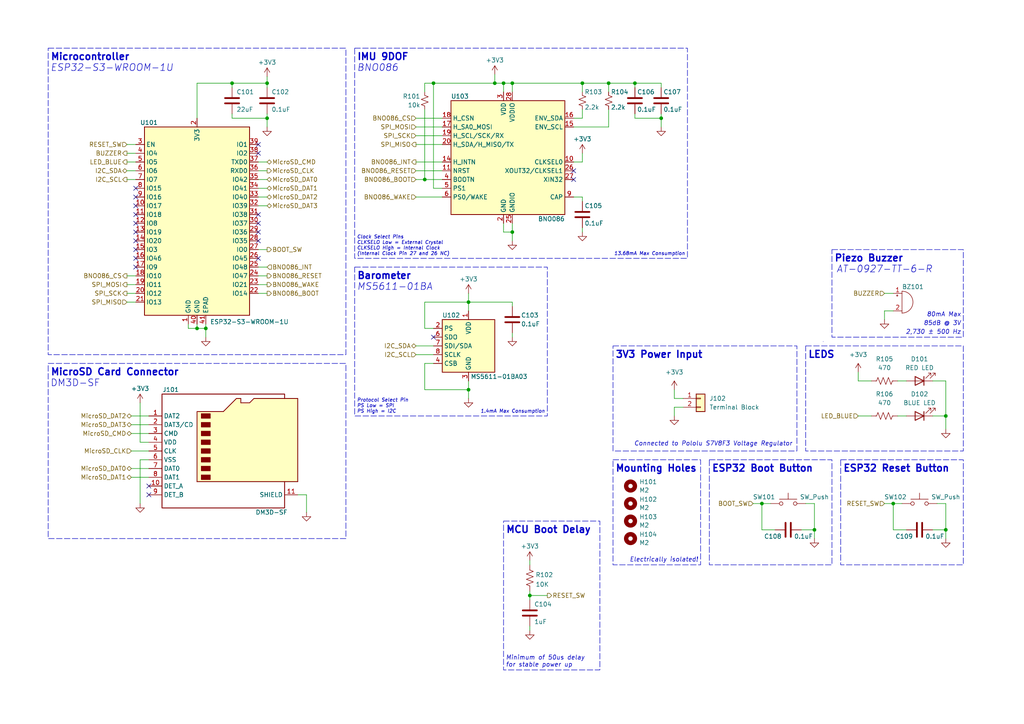
<source format=kicad_sch>
(kicad_sch (version 20230121) (generator eeschema)

  (uuid 3e50024b-59b7-4ad8-a223-4b6565db5809)

  (paper "A4")

  (title_block
    (title "L1 Altimeter")
    (date "2023-12-29")
    (rev "A")
    (company "Illinois Space Society")
    (comment 4 "Contributors: Thomas McManamen")
  )

  (lib_symbols
    (symbol "Connector:Micro_SD_Card_Det2" (in_bom yes) (on_board yes)
      (property "Reference" "J" (at -16.51 17.78 0)
        (effects (font (size 1.27 1.27)))
      )
      (property "Value" "Micro_SD_Card_Det2" (at 16.51 17.78 0)
        (effects (font (size 1.27 1.27)) (justify right))
      )
      (property "Footprint" "" (at 52.07 17.78 0)
        (effects (font (size 1.27 1.27)) hide)
      )
      (property "Datasheet" "https://www.hirose.com/en/product/document?clcode=&productname=&series=DM3&documenttype=Catalog&lang=en&documentid=D49662_en" (at 2.54 2.54 0)
        (effects (font (size 1.27 1.27)) hide)
      )
      (property "ki_keywords" "connector SD microsd" (at 0 0 0)
        (effects (font (size 1.27 1.27)) hide)
      )
      (property "ki_description" "Micro SD Card Socket with two card detection pins" (at 0 0 0)
        (effects (font (size 1.27 1.27)) hide)
      )
      (property "ki_fp_filters" "microSD*" (at 0 0 0)
        (effects (font (size 1.27 1.27)) hide)
      )
      (symbol "Micro_SD_Card_Det2_0_1"
        (rectangle (start -7.62 -6.985) (end -5.08 -8.255)
          (stroke (width 0.254) (type default))
          (fill (type outline))
        )
        (rectangle (start -7.62 -4.445) (end -5.08 -5.715)
          (stroke (width 0.254) (type default))
          (fill (type outline))
        )
        (rectangle (start -7.62 -1.905) (end -5.08 -3.175)
          (stroke (width 0.254) (type default))
          (fill (type outline))
        )
        (rectangle (start -7.62 0.635) (end -5.08 -0.635)
          (stroke (width 0.254) (type default))
          (fill (type outline))
        )
        (rectangle (start -7.62 3.175) (end -5.08 1.905)
          (stroke (width 0.254) (type default))
          (fill (type outline))
        )
        (rectangle (start -7.62 5.715) (end -5.08 4.445)
          (stroke (width 0.254) (type default))
          (fill (type outline))
        )
        (rectangle (start -7.62 8.255) (end -5.08 6.985)
          (stroke (width 0.254) (type default))
          (fill (type outline))
        )
        (rectangle (start -7.62 10.795) (end -5.08 9.525)
          (stroke (width 0.254) (type default))
          (fill (type outline))
        )
        (polyline
          (pts
            (xy 16.51 15.24)
            (xy 16.51 16.51)
            (xy -19.05 16.51)
            (xy -19.05 -16.51)
            (xy 16.51 -16.51)
            (xy 16.51 -8.89)
          )
          (stroke (width 0.254) (type default))
          (fill (type none))
        )
        (polyline
          (pts
            (xy -8.89 -8.89)
            (xy -8.89 11.43)
            (xy -1.27 11.43)
            (xy 2.54 15.24)
            (xy 3.81 15.24)
            (xy 3.81 13.97)
            (xy 6.35 13.97)
            (xy 7.62 15.24)
            (xy 20.32 15.24)
            (xy 20.32 -8.89)
            (xy -8.89 -8.89)
          )
          (stroke (width 0.254) (type default))
          (fill (type background))
        )
      )
      (symbol "Micro_SD_Card_Det2_1_1"
        (pin bidirectional line (at -22.86 10.16 0) (length 3.81)
          (name "DAT2" (effects (font (size 1.27 1.27))))
          (number "1" (effects (font (size 1.27 1.27))))
        )
        (pin passive line (at -22.86 -10.16 0) (length 3.81)
          (name "DET_A" (effects (font (size 1.27 1.27))))
          (number "10" (effects (font (size 1.27 1.27))))
        )
        (pin passive line (at 20.32 -12.7 180) (length 3.81)
          (name "SHIELD" (effects (font (size 1.27 1.27))))
          (number "11" (effects (font (size 1.27 1.27))))
        )
        (pin bidirectional line (at -22.86 7.62 0) (length 3.81)
          (name "DAT3/CD" (effects (font (size 1.27 1.27))))
          (number "2" (effects (font (size 1.27 1.27))))
        )
        (pin input line (at -22.86 5.08 0) (length 3.81)
          (name "CMD" (effects (font (size 1.27 1.27))))
          (number "3" (effects (font (size 1.27 1.27))))
        )
        (pin power_in line (at -22.86 2.54 0) (length 3.81)
          (name "VDD" (effects (font (size 1.27 1.27))))
          (number "4" (effects (font (size 1.27 1.27))))
        )
        (pin input line (at -22.86 0 0) (length 3.81)
          (name "CLK" (effects (font (size 1.27 1.27))))
          (number "5" (effects (font (size 1.27 1.27))))
        )
        (pin power_in line (at -22.86 -2.54 0) (length 3.81)
          (name "VSS" (effects (font (size 1.27 1.27))))
          (number "6" (effects (font (size 1.27 1.27))))
        )
        (pin bidirectional line (at -22.86 -5.08 0) (length 3.81)
          (name "DAT0" (effects (font (size 1.27 1.27))))
          (number "7" (effects (font (size 1.27 1.27))))
        )
        (pin bidirectional line (at -22.86 -7.62 0) (length 3.81)
          (name "DAT1" (effects (font (size 1.27 1.27))))
          (number "8" (effects (font (size 1.27 1.27))))
        )
        (pin passive line (at -22.86 -12.7 0) (length 3.81)
          (name "DET_B" (effects (font (size 1.27 1.27))))
          (number "9" (effects (font (size 1.27 1.27))))
        )
      )
    )
    (symbol "Connector_Generic:Conn_01x02" (pin_names (offset 1.016) hide) (in_bom yes) (on_board yes)
      (property "Reference" "J" (at 0 2.54 0)
        (effects (font (size 1.27 1.27)))
      )
      (property "Value" "Conn_01x02" (at 0 -5.08 0)
        (effects (font (size 1.27 1.27)))
      )
      (property "Footprint" "" (at 0 0 0)
        (effects (font (size 1.27 1.27)) hide)
      )
      (property "Datasheet" "~" (at 0 0 0)
        (effects (font (size 1.27 1.27)) hide)
      )
      (property "ki_keywords" "connector" (at 0 0 0)
        (effects (font (size 1.27 1.27)) hide)
      )
      (property "ki_description" "Generic connector, single row, 01x02, script generated (kicad-library-utils/schlib/autogen/connector/)" (at 0 0 0)
        (effects (font (size 1.27 1.27)) hide)
      )
      (property "ki_fp_filters" "Connector*:*_1x??_*" (at 0 0 0)
        (effects (font (size 1.27 1.27)) hide)
      )
      (symbol "Conn_01x02_1_1"
        (rectangle (start -1.27 -2.413) (end 0 -2.667)
          (stroke (width 0.1524) (type default))
          (fill (type none))
        )
        (rectangle (start -1.27 0.127) (end 0 -0.127)
          (stroke (width 0.1524) (type default))
          (fill (type none))
        )
        (rectangle (start -1.27 1.27) (end 1.27 -3.81)
          (stroke (width 0.254) (type default))
          (fill (type background))
        )
        (pin passive line (at -5.08 0 0) (length 3.81)
          (name "Pin_1" (effects (font (size 1.27 1.27))))
          (number "1" (effects (font (size 1.27 1.27))))
        )
        (pin passive line (at -5.08 -2.54 0) (length 3.81)
          (name "Pin_2" (effects (font (size 1.27 1.27))))
          (number "2" (effects (font (size 1.27 1.27))))
        )
      )
    )
    (symbol "Device:Buzzer" (pin_names (offset 0.0254) hide) (in_bom yes) (on_board yes)
      (property "Reference" "BZ" (at 3.81 1.27 0)
        (effects (font (size 1.27 1.27)) (justify left))
      )
      (property "Value" "Buzzer" (at 3.81 -1.27 0)
        (effects (font (size 1.27 1.27)) (justify left))
      )
      (property "Footprint" "" (at -0.635 2.54 90)
        (effects (font (size 1.27 1.27)) hide)
      )
      (property "Datasheet" "~" (at -0.635 2.54 90)
        (effects (font (size 1.27 1.27)) hide)
      )
      (property "ki_keywords" "quartz resonator ceramic" (at 0 0 0)
        (effects (font (size 1.27 1.27)) hide)
      )
      (property "ki_description" "Buzzer, polarized" (at 0 0 0)
        (effects (font (size 1.27 1.27)) hide)
      )
      (property "ki_fp_filters" "*Buzzer*" (at 0 0 0)
        (effects (font (size 1.27 1.27)) hide)
      )
      (symbol "Buzzer_0_1"
        (arc (start 0 -3.175) (mid 3.1612 0) (end 0 3.175)
          (stroke (width 0) (type default))
          (fill (type none))
        )
        (polyline
          (pts
            (xy -1.651 1.905)
            (xy -1.143 1.905)
          )
          (stroke (width 0) (type default))
          (fill (type none))
        )
        (polyline
          (pts
            (xy -1.397 2.159)
            (xy -1.397 1.651)
          )
          (stroke (width 0) (type default))
          (fill (type none))
        )
        (polyline
          (pts
            (xy 0 3.175)
            (xy 0 -3.175)
          )
          (stroke (width 0) (type default))
          (fill (type none))
        )
      )
      (symbol "Buzzer_1_1"
        (pin passive line (at -2.54 2.54 0) (length 2.54)
          (name "-" (effects (font (size 1.27 1.27))))
          (number "1" (effects (font (size 1.27 1.27))))
        )
        (pin passive line (at -2.54 -2.54 0) (length 2.54)
          (name "+" (effects (font (size 1.27 1.27))))
          (number "2" (effects (font (size 1.27 1.27))))
        )
      )
    )
    (symbol "Device:C" (pin_numbers hide) (pin_names (offset 0.254)) (in_bom yes) (on_board yes)
      (property "Reference" "C" (at 0.635 2.54 0)
        (effects (font (size 1.27 1.27)) (justify left))
      )
      (property "Value" "C" (at 0.635 -2.54 0)
        (effects (font (size 1.27 1.27)) (justify left))
      )
      (property "Footprint" "" (at 0.9652 -3.81 0)
        (effects (font (size 1.27 1.27)) hide)
      )
      (property "Datasheet" "~" (at 0 0 0)
        (effects (font (size 1.27 1.27)) hide)
      )
      (property "ki_keywords" "cap capacitor" (at 0 0 0)
        (effects (font (size 1.27 1.27)) hide)
      )
      (property "ki_description" "Unpolarized capacitor" (at 0 0 0)
        (effects (font (size 1.27 1.27)) hide)
      )
      (property "ki_fp_filters" "C_*" (at 0 0 0)
        (effects (font (size 1.27 1.27)) hide)
      )
      (symbol "C_0_1"
        (polyline
          (pts
            (xy -2.032 -0.762)
            (xy 2.032 -0.762)
          )
          (stroke (width 0.508) (type default))
          (fill (type none))
        )
        (polyline
          (pts
            (xy -2.032 0.762)
            (xy 2.032 0.762)
          )
          (stroke (width 0.508) (type default))
          (fill (type none))
        )
      )
      (symbol "C_1_1"
        (pin passive line (at 0 3.81 270) (length 2.794)
          (name "~" (effects (font (size 1.27 1.27))))
          (number "1" (effects (font (size 1.27 1.27))))
        )
        (pin passive line (at 0 -3.81 90) (length 2.794)
          (name "~" (effects (font (size 1.27 1.27))))
          (number "2" (effects (font (size 1.27 1.27))))
        )
      )
    )
    (symbol "Device:LED" (pin_numbers hide) (pin_names (offset 1.016) hide) (in_bom yes) (on_board yes)
      (property "Reference" "D" (at 0 2.54 0)
        (effects (font (size 1.27 1.27)))
      )
      (property "Value" "LED" (at 0 -2.54 0)
        (effects (font (size 1.27 1.27)))
      )
      (property "Footprint" "" (at 0 0 0)
        (effects (font (size 1.27 1.27)) hide)
      )
      (property "Datasheet" "~" (at 0 0 0)
        (effects (font (size 1.27 1.27)) hide)
      )
      (property "ki_keywords" "LED diode" (at 0 0 0)
        (effects (font (size 1.27 1.27)) hide)
      )
      (property "ki_description" "Light emitting diode" (at 0 0 0)
        (effects (font (size 1.27 1.27)) hide)
      )
      (property "ki_fp_filters" "LED* LED_SMD:* LED_THT:*" (at 0 0 0)
        (effects (font (size 1.27 1.27)) hide)
      )
      (symbol "LED_0_1"
        (polyline
          (pts
            (xy -1.27 -1.27)
            (xy -1.27 1.27)
          )
          (stroke (width 0.254) (type default))
          (fill (type none))
        )
        (polyline
          (pts
            (xy -1.27 0)
            (xy 1.27 0)
          )
          (stroke (width 0) (type default))
          (fill (type none))
        )
        (polyline
          (pts
            (xy 1.27 -1.27)
            (xy 1.27 1.27)
            (xy -1.27 0)
            (xy 1.27 -1.27)
          )
          (stroke (width 0.254) (type default))
          (fill (type none))
        )
        (polyline
          (pts
            (xy -3.048 -0.762)
            (xy -4.572 -2.286)
            (xy -3.81 -2.286)
            (xy -4.572 -2.286)
            (xy -4.572 -1.524)
          )
          (stroke (width 0) (type default))
          (fill (type none))
        )
        (polyline
          (pts
            (xy -1.778 -0.762)
            (xy -3.302 -2.286)
            (xy -2.54 -2.286)
            (xy -3.302 -2.286)
            (xy -3.302 -1.524)
          )
          (stroke (width 0) (type default))
          (fill (type none))
        )
      )
      (symbol "LED_1_1"
        (pin passive line (at -3.81 0 0) (length 2.54)
          (name "K" (effects (font (size 1.27 1.27))))
          (number "1" (effects (font (size 1.27 1.27))))
        )
        (pin passive line (at 3.81 0 180) (length 2.54)
          (name "A" (effects (font (size 1.27 1.27))))
          (number "2" (effects (font (size 1.27 1.27))))
        )
      )
    )
    (symbol "Device:R_Small_US" (pin_numbers hide) (pin_names (offset 0.254) hide) (in_bom yes) (on_board yes)
      (property "Reference" "R" (at 0.762 0.508 0)
        (effects (font (size 1.27 1.27)) (justify left))
      )
      (property "Value" "R_Small_US" (at 0.762 -1.016 0)
        (effects (font (size 1.27 1.27)) (justify left))
      )
      (property "Footprint" "" (at 0 0 0)
        (effects (font (size 1.27 1.27)) hide)
      )
      (property "Datasheet" "~" (at 0 0 0)
        (effects (font (size 1.27 1.27)) hide)
      )
      (property "ki_keywords" "r resistor" (at 0 0 0)
        (effects (font (size 1.27 1.27)) hide)
      )
      (property "ki_description" "Resistor, small US symbol" (at 0 0 0)
        (effects (font (size 1.27 1.27)) hide)
      )
      (property "ki_fp_filters" "R_*" (at 0 0 0)
        (effects (font (size 1.27 1.27)) hide)
      )
      (symbol "R_Small_US_1_1"
        (polyline
          (pts
            (xy 0 0)
            (xy 1.016 -0.381)
            (xy 0 -0.762)
            (xy -1.016 -1.143)
            (xy 0 -1.524)
          )
          (stroke (width 0) (type default))
          (fill (type none))
        )
        (polyline
          (pts
            (xy 0 1.524)
            (xy 1.016 1.143)
            (xy 0 0.762)
            (xy -1.016 0.381)
            (xy 0 0)
          )
          (stroke (width 0) (type default))
          (fill (type none))
        )
        (pin passive line (at 0 2.54 270) (length 1.016)
          (name "~" (effects (font (size 1.27 1.27))))
          (number "1" (effects (font (size 1.27 1.27))))
        )
        (pin passive line (at 0 -2.54 90) (length 1.016)
          (name "~" (effects (font (size 1.27 1.27))))
          (number "2" (effects (font (size 1.27 1.27))))
        )
      )
    )
    (symbol "Device:R_US" (pin_numbers hide) (pin_names (offset 0)) (in_bom yes) (on_board yes)
      (property "Reference" "R" (at 2.54 0 90)
        (effects (font (size 1.27 1.27)))
      )
      (property "Value" "R_US" (at -2.54 0 90)
        (effects (font (size 1.27 1.27)))
      )
      (property "Footprint" "" (at 1.016 -0.254 90)
        (effects (font (size 1.27 1.27)) hide)
      )
      (property "Datasheet" "~" (at 0 0 0)
        (effects (font (size 1.27 1.27)) hide)
      )
      (property "ki_keywords" "R res resistor" (at 0 0 0)
        (effects (font (size 1.27 1.27)) hide)
      )
      (property "ki_description" "Resistor, US symbol" (at 0 0 0)
        (effects (font (size 1.27 1.27)) hide)
      )
      (property "ki_fp_filters" "R_*" (at 0 0 0)
        (effects (font (size 1.27 1.27)) hide)
      )
      (symbol "R_US_0_1"
        (polyline
          (pts
            (xy 0 -2.286)
            (xy 0 -2.54)
          )
          (stroke (width 0) (type default))
          (fill (type none))
        )
        (polyline
          (pts
            (xy 0 2.286)
            (xy 0 2.54)
          )
          (stroke (width 0) (type default))
          (fill (type none))
        )
        (polyline
          (pts
            (xy 0 -0.762)
            (xy 1.016 -1.143)
            (xy 0 -1.524)
            (xy -1.016 -1.905)
            (xy 0 -2.286)
          )
          (stroke (width 0) (type default))
          (fill (type none))
        )
        (polyline
          (pts
            (xy 0 0.762)
            (xy 1.016 0.381)
            (xy 0 0)
            (xy -1.016 -0.381)
            (xy 0 -0.762)
          )
          (stroke (width 0) (type default))
          (fill (type none))
        )
        (polyline
          (pts
            (xy 0 2.286)
            (xy 1.016 1.905)
            (xy 0 1.524)
            (xy -1.016 1.143)
            (xy 0 0.762)
          )
          (stroke (width 0) (type default))
          (fill (type none))
        )
      )
      (symbol "R_US_1_1"
        (pin passive line (at 0 3.81 270) (length 1.27)
          (name "~" (effects (font (size 1.27 1.27))))
          (number "1" (effects (font (size 1.27 1.27))))
        )
        (pin passive line (at 0 -3.81 90) (length 1.27)
          (name "~" (effects (font (size 1.27 1.27))))
          (number "2" (effects (font (size 1.27 1.27))))
        )
      )
    )
    (symbol "ESP32-S3-WROOM-1U_1" (in_bom yes) (on_board yes)
      (property "Reference" "U" (at -14.605 29.21 0)
        (effects (font (size 1.27 1.27)))
      )
      (property "Value" "ESP32-S3-WROOM-1U" (at 13.97 29.21 0)
        (effects (font (size 1.27 1.27)))
      )
      (property "Footprint" "MCU_ESP32:ESP32-S3-WROOM-1U" (at 0 -35.56 0)
        (effects (font (size 1.27 1.27)) hide)
      )
      (property "Datasheet" "https://www.espressif.com/sites/default/files/documentation/esp32-s3-wroom-1_wroom-1u_datasheet_en.pdf" (at 0 -33.02 0)
        (effects (font (size 1.27 1.27)) hide)
      )
      (property "ki_keywords" "ESP32 MCU WIFI Bluetooth Dual Core" (at 0 0 0)
        (effects (font (size 1.27 1.27)) hide)
      )
      (property "ki_description" "XTensa LX7 MCU, Dual Core, 240MHz, 2.4 GHz WiFi (802.11 b/g/n), Bluetooth 5 (LE), external antenna" (at 0 0 0)
        (effects (font (size 1.27 1.27)) hide)
      )
      (symbol "ESP32-S3-WROOM-1U_1_1_1"
        (rectangle (start -15.24 27.94) (end 15.24 -26.67)
          (stroke (width 0.254) (type default))
          (fill (type background))
        )
        (pin power_in line (at -2.54 -29.21 90) (length 2.54)
          (name "GND" (effects (font (size 1.27 1.27))))
          (number "1" (effects (font (size 1.27 1.27))))
        )
        (pin bidirectional line (at -17.78 5.08 0) (length 2.54)
          (name "IO17" (effects (font (size 1.27 1.27))))
          (number "10" (effects (font (size 1.27 1.27))))
        )
        (pin bidirectional line (at -17.78 2.54 0) (length 2.54)
          (name "IO18" (effects (font (size 1.27 1.27))))
          (number "11" (effects (font (size 1.27 1.27))))
        )
        (pin bidirectional line (at -17.78 0 0) (length 2.54)
          (name "IO8" (effects (font (size 1.27 1.27))))
          (number "12" (effects (font (size 1.27 1.27))))
        )
        (pin bidirectional line (at -17.78 -2.54 0) (length 2.54)
          (name "IO19" (effects (font (size 1.27 1.27))))
          (number "13" (effects (font (size 1.27 1.27))))
        )
        (pin bidirectional line (at -17.78 -5.08 0) (length 2.54)
          (name "IO20" (effects (font (size 1.27 1.27))))
          (number "14" (effects (font (size 1.27 1.27))))
        )
        (pin bidirectional line (at -17.78 -7.62 0) (length 2.54)
          (name "IO3" (effects (font (size 1.27 1.27))))
          (number "15" (effects (font (size 1.27 1.27))))
        )
        (pin bidirectional line (at -17.78 -10.16 0) (length 2.54)
          (name "IO46" (effects (font (size 1.27 1.27))))
          (number "16" (effects (font (size 1.27 1.27))))
        )
        (pin bidirectional line (at -17.78 -12.7 0) (length 2.54)
          (name "IO9" (effects (font (size 1.27 1.27))))
          (number "17" (effects (font (size 1.27 1.27))))
        )
        (pin bidirectional line (at -17.78 -15.24 0) (length 2.54)
          (name "IO10" (effects (font (size 1.27 1.27))))
          (number "18" (effects (font (size 1.27 1.27))))
        )
        (pin bidirectional line (at -17.78 -17.78 0) (length 2.54)
          (name "IO11" (effects (font (size 1.27 1.27))))
          (number "19" (effects (font (size 1.27 1.27))))
        )
        (pin power_in line (at 0 30.48 270) (length 2.54)
          (name "3V3" (effects (font (size 1.27 1.27))))
          (number "2" (effects (font (size 1.27 1.27))))
        )
        (pin bidirectional line (at -17.78 -20.32 0) (length 2.54)
          (name "IO12" (effects (font (size 1.27 1.27))))
          (number "20" (effects (font (size 1.27 1.27))))
        )
        (pin bidirectional line (at -17.78 -22.86 0) (length 2.54)
          (name "IO13" (effects (font (size 1.27 1.27))))
          (number "21" (effects (font (size 1.27 1.27))))
        )
        (pin bidirectional line (at 17.78 -20.32 180) (length 2.54)
          (name "IO14" (effects (font (size 1.27 1.27))))
          (number "22" (effects (font (size 1.27 1.27))))
        )
        (pin bidirectional line (at 17.78 -17.78 180) (length 2.54)
          (name "IO21" (effects (font (size 1.27 1.27))))
          (number "23" (effects (font (size 1.27 1.27))))
        )
        (pin bidirectional line (at 17.78 -15.24 180) (length 2.54)
          (name "IO47" (effects (font (size 1.27 1.27))))
          (number "24" (effects (font (size 1.27 1.27))))
        )
        (pin bidirectional line (at 17.78 -12.7 180) (length 2.54)
          (name "IO48" (effects (font (size 1.27 1.27))))
          (number "25" (effects (font (size 1.27 1.27))))
        )
        (pin bidirectional line (at 17.78 -10.16 180) (length 2.54)
          (name "IO45" (effects (font (size 1.27 1.27))))
          (number "26" (effects (font (size 1.27 1.27))))
        )
        (pin bidirectional line (at 17.78 -7.62 180) (length 2.54)
          (name "IO0" (effects (font (size 1.27 1.27))))
          (number "27" (effects (font (size 1.27 1.27))))
        )
        (pin bidirectional line (at 17.78 -5.08 180) (length 2.54)
          (name "IO35" (effects (font (size 1.27 1.27))))
          (number "28" (effects (font (size 1.27 1.27))))
        )
        (pin bidirectional line (at 17.78 -2.54 180) (length 2.54)
          (name "IO36" (effects (font (size 1.27 1.27))))
          (number "29" (effects (font (size 1.27 1.27))))
        )
        (pin input line (at -17.78 22.86 0) (length 2.54)
          (name "EN" (effects (font (size 1.27 1.27))))
          (number "3" (effects (font (size 1.27 1.27))))
        )
        (pin bidirectional line (at 17.78 0 180) (length 2.54)
          (name "IO37" (effects (font (size 1.27 1.27))))
          (number "30" (effects (font (size 1.27 1.27))))
        )
        (pin bidirectional line (at 17.78 2.54 180) (length 2.54)
          (name "IO38" (effects (font (size 1.27 1.27))))
          (number "31" (effects (font (size 1.27 1.27))))
        )
        (pin bidirectional line (at 17.78 5.08 180) (length 2.54)
          (name "IO39" (effects (font (size 1.27 1.27))))
          (number "32" (effects (font (size 1.27 1.27))))
        )
        (pin bidirectional line (at 17.78 7.62 180) (length 2.54)
          (name "IO40" (effects (font (size 1.27 1.27))))
          (number "33" (effects (font (size 1.27 1.27))))
        )
        (pin bidirectional line (at 17.78 10.16 180) (length 2.54)
          (name "IO41" (effects (font (size 1.27 1.27))))
          (number "34" (effects (font (size 1.27 1.27))))
        )
        (pin bidirectional line (at 17.78 12.7 180) (length 2.54)
          (name "IO42" (effects (font (size 1.27 1.27))))
          (number "35" (effects (font (size 1.27 1.27))))
        )
        (pin bidirectional line (at 17.78 15.24 180) (length 2.54)
          (name "RXD0" (effects (font (size 1.27 1.27))))
          (number "36" (effects (font (size 1.27 1.27))))
        )
        (pin bidirectional line (at 17.78 17.78 180) (length 2.54)
          (name "TXD0" (effects (font (size 1.27 1.27))))
          (number "37" (effects (font (size 1.27 1.27))))
        )
        (pin bidirectional line (at 17.78 20.32 180) (length 2.54)
          (name "IO2" (effects (font (size 1.27 1.27))))
          (number "38" (effects (font (size 1.27 1.27))))
        )
        (pin bidirectional line (at 17.78 22.86 180) (length 2.54)
          (name "IO1" (effects (font (size 1.27 1.27))))
          (number "39" (effects (font (size 1.27 1.27))))
        )
        (pin bidirectional line (at -17.78 20.32 0) (length 2.54)
          (name "IO4" (effects (font (size 1.27 1.27))))
          (number "4" (effects (font (size 1.27 1.27))))
        )
        (pin power_in line (at 0 -29.21 90) (length 2.54)
          (name "GND" (effects (font (size 1.27 1.27))))
          (number "40" (effects (font (size 1.27 1.27))))
        )
        (pin power_out line (at 2.54 -29.21 90) (length 2.54)
          (name "EPAD" (effects (font (size 1.27 1.27))))
          (number "41" (effects (font (size 1.27 1.27))))
        )
        (pin bidirectional line (at -17.78 17.78 0) (length 2.54)
          (name "IO5" (effects (font (size 1.27 1.27))))
          (number "5" (effects (font (size 1.27 1.27))))
        )
        (pin bidirectional line (at -17.78 15.24 0) (length 2.54)
          (name "IO6" (effects (font (size 1.27 1.27))))
          (number "6" (effects (font (size 1.27 1.27))))
        )
        (pin bidirectional line (at -17.78 12.7 0) (length 2.54)
          (name "IO7" (effects (font (size 1.27 1.27))))
          (number "7" (effects (font (size 1.27 1.27))))
        )
        (pin bidirectional line (at -17.78 10.16 0) (length 2.54)
          (name "IO15" (effects (font (size 1.27 1.27))))
          (number "8" (effects (font (size 1.27 1.27))))
        )
        (pin bidirectional line (at -17.78 7.62 0) (length 2.54)
          (name "IO16" (effects (font (size 1.27 1.27))))
          (number "9" (effects (font (size 1.27 1.27))))
        )
      )
    )
    (symbol "Mechanical:MountingHole" (pin_names (offset 1.016)) (in_bom yes) (on_board yes)
      (property "Reference" "H" (at 0 5.08 0)
        (effects (font (size 1.27 1.27)))
      )
      (property "Value" "MountingHole" (at 0 3.175 0)
        (effects (font (size 1.27 1.27)))
      )
      (property "Footprint" "" (at 0 0 0)
        (effects (font (size 1.27 1.27)) hide)
      )
      (property "Datasheet" "~" (at 0 0 0)
        (effects (font (size 1.27 1.27)) hide)
      )
      (property "ki_keywords" "mounting hole" (at 0 0 0)
        (effects (font (size 1.27 1.27)) hide)
      )
      (property "ki_description" "Mounting Hole without connection" (at 0 0 0)
        (effects (font (size 1.27 1.27)) hide)
      )
      (property "ki_fp_filters" "MountingHole*" (at 0 0 0)
        (effects (font (size 1.27 1.27)) hide)
      )
      (symbol "MountingHole_0_1"
        (circle (center 0 0) (radius 1.27)
          (stroke (width 1.27) (type default))
          (fill (type none))
        )
      )
    )
    (symbol "Sensor_Pressure:MS5611-01BA" (in_bom yes) (on_board yes)
      (property "Reference" "U" (at -6.35 8.89 0)
        (effects (font (size 1.27 1.27)))
      )
      (property "Value" "MS5611-01BA" (at 7.62 8.89 0)
        (effects (font (size 1.27 1.27)))
      )
      (property "Footprint" "Package_LGA:LGA-8_3x5mm_P1.25mm" (at 0 0 0)
        (effects (font (size 1.27 1.27)) hide)
      )
      (property "Datasheet" "https://www.te.com/commerce/DocumentDelivery/DDEController?Action=srchrtrv&DocNm=MS5611-01BA03&DocType=Data+Sheet&DocLang=English" (at 0 0 0)
        (effects (font (size 1.27 1.27)) hide)
      )
      (property "ki_keywords" "pressure SPI I2C" (at 0 0 0)
        (effects (font (size 1.27 1.27)) hide)
      )
      (property "ki_description" "Barometric pressure sensor, 10cm resolution, 10 to 1200 mbar, I2C and SPI interface up to 20MHz, LGA-8" (at 0 0 0)
        (effects (font (size 1.27 1.27)) hide)
      )
      (property "ki_fp_filters" "LGA*3x5mm*P1.25mm*" (at 0 0 0)
        (effects (font (size 1.27 1.27)) hide)
      )
      (symbol "MS5611-01BA_0_1"
        (rectangle (start -7.62 7.62) (end 7.62 -7.62)
          (stroke (width 0.254) (type default))
          (fill (type background))
        )
      )
      (symbol "MS5611-01BA_1_1"
        (pin power_in line (at 0 10.16 270) (length 2.54)
          (name "VDD" (effects (font (size 1.27 1.27))))
          (number "1" (effects (font (size 1.27 1.27))))
        )
        (pin input line (at -10.16 5.08 0) (length 2.54)
          (name "PS" (effects (font (size 1.27 1.27))))
          (number "2" (effects (font (size 1.27 1.27))))
        )
        (pin power_in line (at 0 -10.16 90) (length 2.54)
          (name "GND" (effects (font (size 1.27 1.27))))
          (number "3" (effects (font (size 1.27 1.27))))
        )
        (pin input line (at -10.16 -5.08 0) (length 2.54)
          (name "CSB" (effects (font (size 1.27 1.27))))
          (number "4" (effects (font (size 1.27 1.27))))
        )
        (pin input line (at -10.16 -5.08 0) (length 2.54) hide
          (name "CSB" (effects (font (size 1.27 1.27))))
          (number "5" (effects (font (size 1.27 1.27))))
        )
        (pin output line (at -10.16 2.54 0) (length 2.54)
          (name "SDO" (effects (font (size 1.27 1.27))))
          (number "6" (effects (font (size 1.27 1.27))))
        )
        (pin bidirectional line (at -10.16 0 0) (length 2.54)
          (name "SDI/SDA" (effects (font (size 1.27 1.27))))
          (number "7" (effects (font (size 1.27 1.27))))
        )
        (pin input line (at -10.16 -2.54 0) (length 2.54)
          (name "SCLK" (effects (font (size 1.27 1.27))))
          (number "8" (effects (font (size 1.27 1.27))))
        )
      )
    )
    (symbol "Sensors_Motion_CEVA:BNO086" (in_bom yes) (on_board yes)
      (property "Reference" "U" (at -15.24 16.51 0)
        (effects (font (size 1.27 1.27)) (justify left))
      )
      (property "Value" "BNO086" (at 17.78 16.51 0)
        (effects (font (size 1.27 1.27)) (justify right))
      )
      (property "Footprint" "Package_LGA:LGA-28_5.2x3.8mm_P0.5mm" (at 0 -25.4 0)
        (effects (font (size 1.27 1.27)) hide)
      )
      (property "Datasheet" "https://www.ceva-dsp.com/wp-content/uploads/2019/10/BNO080_085-Datasheet.pdf" (at 0 -22.86 0)
        (effects (font (size 1.27 1.27)) hide)
      )
      (property "ki_keywords" "IMU Accelerometer Gyroscope Magnetometer Sensor 9DOF 9-Axis" (at 0 0 0)
        (effects (font (size 1.27 1.27)) hide)
      )
      (property "ki_description" "9-Axis Absolute Orientation Sensor: Accelerometer, Gyroscope, Magnetometer" (at 0 0 0)
        (effects (font (size 1.27 1.27)) hide)
      )
      (symbol "BNO086_1_1"
        (rectangle (start -15.24 15.24) (end 17.78 -17.78)
          (stroke (width 0.254) (type default))
          (fill (type background))
        )
        (pin input line (at 20.32 -2.54 180) (length 2.54)
          (name "CLKSEL0" (effects (font (size 1.27 1.27))))
          (number "10" (effects (font (size 1.27 1.27))))
        )
        (pin input line (at -17.78 -5.08 0) (length 2.54)
          (name "NRST" (effects (font (size 1.27 1.27))))
          (number "11" (effects (font (size 1.27 1.27))))
        )
        (pin output line (at -17.78 -2.54 0) (length 2.54)
          (name "H_INTN" (effects (font (size 1.27 1.27))))
          (number "14" (effects (font (size 1.27 1.27))))
        )
        (pin bidirectional line (at 20.32 7.62 180) (length 2.54)
          (name "ENV_SCL" (effects (font (size 1.27 1.27))))
          (number "15" (effects (font (size 1.27 1.27))))
        )
        (pin bidirectional line (at 20.32 10.16 180) (length 2.54)
          (name "ENV_SDA" (effects (font (size 1.27 1.27))))
          (number "16" (effects (font (size 1.27 1.27))))
        )
        (pin input line (at -17.78 7.62 0) (length 2.54)
          (name "H_SA0_MOSI" (effects (font (size 1.27 1.27))))
          (number "17" (effects (font (size 1.27 1.27))))
        )
        (pin input line (at -17.78 10.16 0) (length 2.54)
          (name "H_CSN" (effects (font (size 1.27 1.27))))
          (number "18" (effects (font (size 1.27 1.27))))
        )
        (pin bidirectional line (at -17.78 5.08 0) (length 2.54)
          (name "H_SCL/SCK/RX" (effects (font (size 1.27 1.27))))
          (number "19" (effects (font (size 1.27 1.27))))
        )
        (pin power_in line (at 0 -20.32 90) (length 2.54)
          (name "GND" (effects (font (size 1.27 1.27))))
          (number "2" (effects (font (size 1.27 1.27))))
        )
        (pin bidirectional line (at -17.78 2.54 0) (length 2.54)
          (name "H_SDA/H_MISO/TX" (effects (font (size 1.27 1.27))))
          (number "20" (effects (font (size 1.27 1.27))))
        )
        (pin power_in line (at 2.54 -20.32 90) (length 2.54)
          (name "GNDIO" (effects (font (size 1.27 1.27))))
          (number "25" (effects (font (size 1.27 1.27))))
        )
        (pin output line (at 20.32 -5.08 180) (length 2.54)
          (name "XOUT32/CLKSEL1" (effects (font (size 1.27 1.27))))
          (number "26" (effects (font (size 1.27 1.27))))
        )
        (pin input line (at 20.32 -7.62 180) (length 2.54)
          (name "XIN32" (effects (font (size 1.27 1.27))))
          (number "27" (effects (font (size 1.27 1.27))))
        )
        (pin power_in line (at 2.54 17.78 270) (length 2.54)
          (name "VDDIO" (effects (font (size 1.27 1.27))))
          (number "28" (effects (font (size 1.27 1.27))))
        )
        (pin power_in line (at 0 17.78 270) (length 2.54)
          (name "VDD" (effects (font (size 1.27 1.27))))
          (number "3" (effects (font (size 1.27 1.27))))
        )
        (pin input line (at -17.78 -7.62 0) (length 2.54)
          (name "BOOTN" (effects (font (size 1.27 1.27))))
          (number "4" (effects (font (size 1.27 1.27))))
        )
        (pin input line (at -17.78 -10.16 0) (length 2.54)
          (name "PS1" (effects (font (size 1.27 1.27))))
          (number "5" (effects (font (size 1.27 1.27))))
        )
        (pin input line (at -17.78 -12.7 0) (length 2.54)
          (name "PS0/WAKE" (effects (font (size 1.27 1.27))))
          (number "6" (effects (font (size 1.27 1.27))))
        )
        (pin passive line (at 20.32 -12.7 180) (length 2.54)
          (name "CAP" (effects (font (size 1.27 1.27))))
          (number "9" (effects (font (size 1.27 1.27))))
        )
      )
    )
    (symbol "Switch:SW_Push" (pin_numbers hide) (pin_names (offset 1.016) hide) (in_bom yes) (on_board yes)
      (property "Reference" "SW" (at 1.27 2.54 0)
        (effects (font (size 1.27 1.27)) (justify left))
      )
      (property "Value" "SW_Push" (at 0 -1.524 0)
        (effects (font (size 1.27 1.27)))
      )
      (property "Footprint" "" (at 0 5.08 0)
        (effects (font (size 1.27 1.27)) hide)
      )
      (property "Datasheet" "~" (at 0 5.08 0)
        (effects (font (size 1.27 1.27)) hide)
      )
      (property "ki_keywords" "switch normally-open pushbutton push-button" (at 0 0 0)
        (effects (font (size 1.27 1.27)) hide)
      )
      (property "ki_description" "Push button switch, generic, two pins" (at 0 0 0)
        (effects (font (size 1.27 1.27)) hide)
      )
      (symbol "SW_Push_0_1"
        (circle (center -2.032 0) (radius 0.508)
          (stroke (width 0) (type default))
          (fill (type none))
        )
        (polyline
          (pts
            (xy 0 1.27)
            (xy 0 3.048)
          )
          (stroke (width 0) (type default))
          (fill (type none))
        )
        (polyline
          (pts
            (xy 2.54 1.27)
            (xy -2.54 1.27)
          )
          (stroke (width 0) (type default))
          (fill (type none))
        )
        (circle (center 2.032 0) (radius 0.508)
          (stroke (width 0) (type default))
          (fill (type none))
        )
        (pin passive line (at -5.08 0 0) (length 2.54)
          (name "1" (effects (font (size 1.27 1.27))))
          (number "1" (effects (font (size 1.27 1.27))))
        )
        (pin passive line (at 5.08 0 180) (length 2.54)
          (name "2" (effects (font (size 1.27 1.27))))
          (number "2" (effects (font (size 1.27 1.27))))
        )
      )
    )
    (symbol "power:+3V3" (power) (pin_names (offset 0)) (in_bom yes) (on_board yes)
      (property "Reference" "#PWR" (at 0 -3.81 0)
        (effects (font (size 1.27 1.27)) hide)
      )
      (property "Value" "+3V3" (at 0 3.556 0)
        (effects (font (size 1.27 1.27)))
      )
      (property "Footprint" "" (at 0 0 0)
        (effects (font (size 1.27 1.27)) hide)
      )
      (property "Datasheet" "" (at 0 0 0)
        (effects (font (size 1.27 1.27)) hide)
      )
      (property "ki_keywords" "global power" (at 0 0 0)
        (effects (font (size 1.27 1.27)) hide)
      )
      (property "ki_description" "Power symbol creates a global label with name \"+3V3\"" (at 0 0 0)
        (effects (font (size 1.27 1.27)) hide)
      )
      (symbol "+3V3_0_1"
        (polyline
          (pts
            (xy -0.762 1.27)
            (xy 0 2.54)
          )
          (stroke (width 0) (type default))
          (fill (type none))
        )
        (polyline
          (pts
            (xy 0 0)
            (xy 0 2.54)
          )
          (stroke (width 0) (type default))
          (fill (type none))
        )
        (polyline
          (pts
            (xy 0 2.54)
            (xy 0.762 1.27)
          )
          (stroke (width 0) (type default))
          (fill (type none))
        )
      )
      (symbol "+3V3_1_1"
        (pin power_in line (at 0 0 90) (length 0) hide
          (name "+3V3" (effects (font (size 1.27 1.27))))
          (number "1" (effects (font (size 1.27 1.27))))
        )
      )
    )
    (symbol "power:GND" (power) (pin_names (offset 0)) (in_bom yes) (on_board yes)
      (property "Reference" "#PWR" (at 0 -6.35 0)
        (effects (font (size 1.27 1.27)) hide)
      )
      (property "Value" "GND" (at 0 -3.81 0)
        (effects (font (size 1.27 1.27)))
      )
      (property "Footprint" "" (at 0 0 0)
        (effects (font (size 1.27 1.27)) hide)
      )
      (property "Datasheet" "" (at 0 0 0)
        (effects (font (size 1.27 1.27)) hide)
      )
      (property "ki_keywords" "global power" (at 0 0 0)
        (effects (font (size 1.27 1.27)) hide)
      )
      (property "ki_description" "Power symbol creates a global label with name \"GND\" , ground" (at 0 0 0)
        (effects (font (size 1.27 1.27)) hide)
      )
      (symbol "GND_0_1"
        (polyline
          (pts
            (xy 0 0)
            (xy 0 -1.27)
            (xy 1.27 -1.27)
            (xy 0 -2.54)
            (xy -1.27 -1.27)
            (xy 0 -1.27)
          )
          (stroke (width 0) (type default))
          (fill (type none))
        )
      )
      (symbol "GND_1_1"
        (pin power_in line (at 0 0 270) (length 0) hide
          (name "GND" (effects (font (size 1.27 1.27))))
          (number "1" (effects (font (size 1.27 1.27))))
        )
      )
    )
  )

  (junction (at 146.05 24.13) (diameter 0) (color 0 0 0 0)
    (uuid 01e91c39-4570-44b0-9be3-81d6a704a573)
  )
  (junction (at 77.47 34.29) (diameter 0) (color 0 0 0 0)
    (uuid 028ac88b-c463-4880-aca5-9d2c5a542747)
  )
  (junction (at 123.19 52.07) (diameter 0) (color 0 0 0 0)
    (uuid 09985563-4d63-46bf-a33a-959a112bf351)
  )
  (junction (at 274.32 120.65) (diameter 0) (color 0 0 0 0)
    (uuid 480b01ed-67c5-4e57-99be-49f44761e4cc)
  )
  (junction (at 148.59 24.13) (diameter 0) (color 0 0 0 0)
    (uuid 4887af4c-59a6-4a9c-b9e7-735163e2c765)
  )
  (junction (at 135.89 113.03) (diameter 0) (color 0 0 0 0)
    (uuid 561d7d61-d3f3-49ae-9234-33c67e81e45e)
  )
  (junction (at 59.69 95.25) (diameter 0) (color 0 0 0 0)
    (uuid 5d8e93bd-0cb9-42ec-9df0-3fc2e99274e1)
  )
  (junction (at 236.22 153.67) (diameter 0) (color 0 0 0 0)
    (uuid 656da59c-9b90-4613-a622-51bb26b05ce4)
  )
  (junction (at 143.51 24.13) (diameter 0) (color 0 0 0 0)
    (uuid 7858eec6-b8f0-4f8b-92fe-7991c49b8e68)
  )
  (junction (at 168.91 24.13) (diameter 0) (color 0 0 0 0)
    (uuid 88d7140d-dde7-4a38-a3a6-fb0623b6135e)
  )
  (junction (at 125.73 24.13) (diameter 0) (color 0 0 0 0)
    (uuid 8cf7ade9-6ec3-4ba5-94e1-ab4c7c960f00)
  )
  (junction (at 220.98 146.05) (diameter 0) (color 0 0 0 0)
    (uuid 8e73ea29-39de-4d90-a9c7-05ec4e4802b7)
  )
  (junction (at 259.08 146.05) (diameter 0) (color 0 0 0 0)
    (uuid 9c54c91f-dd62-4b1e-bd05-659cbf048377)
  )
  (junction (at 176.53 24.13) (diameter 0) (color 0 0 0 0)
    (uuid aeed7974-8126-45e1-b389-672a9f3575c3)
  )
  (junction (at 57.15 95.25) (diameter 0) (color 0 0 0 0)
    (uuid af5c9ee6-af27-433b-a949-492cd1a249a7)
  )
  (junction (at 135.89 87.63) (diameter 0) (color 0 0 0 0)
    (uuid b8f89d23-e0c3-45cc-af01-481d905014a0)
  )
  (junction (at 67.31 24.13) (diameter 0) (color 0 0 0 0)
    (uuid bbb83178-fea9-4522-b070-6e50d6e85c5e)
  )
  (junction (at 153.67 172.72) (diameter 0) (color 0 0 0 0)
    (uuid d5305a57-3f2a-45ec-a436-54f507c8a1e0)
  )
  (junction (at 148.59 67.31) (diameter 0) (color 0 0 0 0)
    (uuid e0ca3855-0815-4a3a-9640-8a5e723e3f72)
  )
  (junction (at 77.47 24.13) (diameter 0) (color 0 0 0 0)
    (uuid ee6af8c7-8f45-4da9-9c3d-13dd1aa7169b)
  )
  (junction (at 274.32 153.67) (diameter 0) (color 0 0 0 0)
    (uuid efdb15f3-bb15-49ed-8d69-d2c32f857684)
  )
  (junction (at 184.15 24.13) (diameter 0) (color 0 0 0 0)
    (uuid f650ed73-53d6-4b98-b70c-7cc90a992fab)
  )
  (junction (at 191.77 34.29) (diameter 0) (color 0 0 0 0)
    (uuid f9e47e90-9485-4eeb-9fa7-016afc622b1a)
  )

  (no_connect (at 39.37 69.85) (uuid 197622ef-4860-4143-96ed-450c23b5fb42))
  (no_connect (at 74.93 67.31) (uuid 410a8125-9192-42a1-a53e-48d88fb8ea94))
  (no_connect (at 39.37 72.39) (uuid 73d1b72d-332e-4f26-9639-937462c354f6))
  (no_connect (at 74.93 64.77) (uuid 7899a395-3bb1-49b3-a6ff-c6ecfe16f026))
  (no_connect (at 43.18 143.51) (uuid 84ff3a39-1a71-4df8-8319-4961008973dc))
  (no_connect (at 39.37 67.31) (uuid 9a02d4c3-0591-4a91-ace2-64cfdc4dc6e1))
  (no_connect (at 74.93 69.85) (uuid 9f8181f1-1681-41f5-bd66-a0a87e0e1f96))
  (no_connect (at 125.73 97.79) (uuid a19017ac-6fd5-4852-b063-44d6c355c68f))
  (no_connect (at 74.93 74.93) (uuid a25d4f0b-a9c2-408b-8191-bac589961092))
  (no_connect (at 39.37 62.23) (uuid afa05c54-787c-4131-894e-0677a5589ff4))
  (no_connect (at 43.18 140.97) (uuid b16e7c75-287e-47dc-a7c5-fef343592372))
  (no_connect (at 74.93 62.23) (uuid baafbe6b-870f-46bd-a95c-5bea8618e44a))
  (no_connect (at 166.37 52.07) (uuid bcc9d957-4837-4baf-8b33-7ad23b33105d))
  (no_connect (at 166.37 49.53) (uuid bd3a22aa-6100-46ae-a117-dc100ac9f059))
  (no_connect (at 39.37 64.77) (uuid bf16cb43-e8ed-4f6d-bd48-2a968c41f213))
  (no_connect (at 39.37 57.15) (uuid cdd9f586-7f5e-44d5-8ddd-c5dee100b0bb))
  (no_connect (at 39.37 77.47) (uuid d1b13be1-dc65-4c78-ab43-7f1e8ceab0c7))
  (no_connect (at 39.37 59.69) (uuid dc3373ae-f718-4246-95fd-719202cb93ae))
  (no_connect (at 39.37 74.93) (uuid f22b990a-66d6-44ab-86c7-8e4e13eb61c3))
  (no_connect (at 74.93 41.91) (uuid f37d7501-c9ea-4c14-bc85-227bd82d71a3))
  (no_connect (at 39.37 54.61) (uuid f7590d6f-eba5-418c-bbc1-7acebc9dcf8f))
  (no_connect (at 74.93 44.45) (uuid fc13b10a-ab94-4312-8ea1-1a3d82a466ba))

  (wire (pts (xy 36.83 80.01) (xy 39.37 80.01))
    (stroke (width 0) (type default))
    (uuid 0180e005-a7f4-47cb-934f-756af9e4206a)
  )
  (wire (pts (xy 77.47 22.225) (xy 77.47 24.13))
    (stroke (width 0) (type default))
    (uuid 0379472d-0597-4b31-a220-79eceed94512)
  )
  (wire (pts (xy 36.83 49.53) (xy 39.37 49.53))
    (stroke (width 0) (type default))
    (uuid 0490c4cb-4bdf-4729-a236-8dd3bf3c7a79)
  )
  (wire (pts (xy 135.89 113.03) (xy 135.89 115.57))
    (stroke (width 0) (type default))
    (uuid 05d61c8e-075b-41e2-b59f-f8e4c62f2289)
  )
  (wire (pts (xy 146.05 24.13) (xy 148.59 24.13))
    (stroke (width 0) (type default))
    (uuid 0acb8926-2b74-44d9-85f9-96bdbf5c5e28)
  )
  (wire (pts (xy 57.15 93.98) (xy 57.15 95.25))
    (stroke (width 0) (type default))
    (uuid 0ec64cc9-a6aa-4b3e-b1f9-9890daaa0ed5)
  )
  (wire (pts (xy 274.32 120.65) (xy 274.32 124.46))
    (stroke (width 0) (type default))
    (uuid 0f53888c-c70b-45ec-9cf3-16e788a8c14d)
  )
  (wire (pts (xy 135.89 87.63) (xy 135.89 90.17))
    (stroke (width 0) (type default))
    (uuid 101f73d9-4403-4a9c-8e7a-845e5b1b00a8)
  )
  (wire (pts (xy 195.58 113.03) (xy 195.58 115.57))
    (stroke (width 0) (type default))
    (uuid 11660912-86cc-4608-8b34-f1c32e85a49b)
  )
  (wire (pts (xy 274.32 146.05) (xy 271.78 146.05))
    (stroke (width 0) (type default))
    (uuid 1175ba9a-6a9b-409c-be70-5f3db6ec0dd7)
  )
  (wire (pts (xy 191.77 36.83) (xy 191.77 34.29))
    (stroke (width 0) (type default))
    (uuid 1315b13d-d018-4f8e-a17d-24160c7f80f3)
  )
  (wire (pts (xy 248.92 107.95) (xy 248.92 110.49))
    (stroke (width 0) (type default))
    (uuid 15382690-7863-4056-aa05-13844a5de6e7)
  )
  (wire (pts (xy 57.15 95.25) (xy 54.61 95.25))
    (stroke (width 0) (type default))
    (uuid 181dc28a-d4eb-44df-bd52-387636235ac2)
  )
  (wire (pts (xy 74.93 54.61) (xy 77.47 54.61))
    (stroke (width 0) (type default))
    (uuid 18400d2f-c809-4651-b4e6-fd2e279a655f)
  )
  (wire (pts (xy 59.69 97.79) (xy 59.69 95.25))
    (stroke (width 0) (type default))
    (uuid 1858deee-4bc5-4440-bcd6-610d18a62a08)
  )
  (wire (pts (xy 120.65 52.07) (xy 123.19 52.07))
    (stroke (width 0) (type default))
    (uuid 1b84516b-2375-4019-92cc-bbe455fe9014)
  )
  (wire (pts (xy 123.19 87.63) (xy 123.19 95.25))
    (stroke (width 0) (type default))
    (uuid 1d8f727b-7b64-4d23-9a59-e39b0927e457)
  )
  (wire (pts (xy 59.69 93.98) (xy 59.69 95.25))
    (stroke (width 0) (type default))
    (uuid 1d9f69c9-865a-439f-a550-bb9935c32fdb)
  )
  (wire (pts (xy 123.19 24.13) (xy 125.73 24.13))
    (stroke (width 0) (type default))
    (uuid 1ebb3166-91f6-4d05-a626-96998ee644b7)
  )
  (wire (pts (xy 40.64 116.84) (xy 40.64 128.27))
    (stroke (width 0) (type default))
    (uuid 2135f4aa-2d60-4d40-a4a9-64a033d17e94)
  )
  (wire (pts (xy 168.91 46.99) (xy 168.91 44.45))
    (stroke (width 0) (type default))
    (uuid 260b8dd5-70c1-49db-92de-f4899b6ef7d0)
  )
  (wire (pts (xy 195.58 120.65) (xy 195.58 118.11))
    (stroke (width 0) (type default))
    (uuid 265f2056-74a8-48ea-86d8-9a656cae3bf6)
  )
  (wire (pts (xy 120.65 36.83) (xy 128.27 36.83))
    (stroke (width 0) (type default))
    (uuid 2701c911-ad58-4aee-8be8-8c55f919cd2f)
  )
  (wire (pts (xy 36.83 85.09) (xy 39.37 85.09))
    (stroke (width 0) (type default))
    (uuid 27226de3-a263-4b44-97d6-1afae2259a66)
  )
  (wire (pts (xy 148.59 24.13) (xy 148.59 26.67))
    (stroke (width 0) (type default))
    (uuid 2816d5a8-40d9-4df7-bd87-7a96bd851cf1)
  )
  (wire (pts (xy 67.31 34.29) (xy 77.47 34.29))
    (stroke (width 0) (type default))
    (uuid 2e1da41a-4e38-44ca-8af5-0085cb8e88ef)
  )
  (wire (pts (xy 274.32 110.49) (xy 274.32 120.65))
    (stroke (width 0) (type default))
    (uuid 3a58f118-44e7-4e03-8f1a-6c4f61823795)
  )
  (wire (pts (xy 54.61 93.98) (xy 54.61 95.25))
    (stroke (width 0) (type default))
    (uuid 3d926424-2b68-4216-8bf1-6e57baf7e639)
  )
  (wire (pts (xy 40.64 133.35) (xy 43.18 133.35))
    (stroke (width 0) (type default))
    (uuid 3f4749d6-6356-4a30-a2db-b2b17a7de37c)
  )
  (wire (pts (xy 120.65 34.29) (xy 128.27 34.29))
    (stroke (width 0) (type default))
    (uuid 41aa8b57-d732-4fc5-b933-e9d90c60dc28)
  )
  (wire (pts (xy 67.31 33.02) (xy 67.31 34.29))
    (stroke (width 0) (type default))
    (uuid 4297ad7d-ca2b-4043-954b-0d59006b23df)
  )
  (wire (pts (xy 256.54 85.09) (xy 259.08 85.09))
    (stroke (width 0) (type default))
    (uuid 438cabcb-5488-4279-93e4-d6c09202d51f)
  )
  (wire (pts (xy 123.19 31.75) (xy 123.19 52.07))
    (stroke (width 0) (type default))
    (uuid 454b39ed-934c-43b0-84e8-0362bc778b90)
  )
  (wire (pts (xy 176.53 24.13) (xy 176.53 26.67))
    (stroke (width 0) (type default))
    (uuid 45a86866-1c9f-40e3-b1e7-5aff34ba15a8)
  )
  (wire (pts (xy 191.77 33.02) (xy 191.77 34.29))
    (stroke (width 0) (type default))
    (uuid 46c56bb3-1ee7-4914-a617-860d7a93ef27)
  )
  (wire (pts (xy 123.19 105.41) (xy 125.73 105.41))
    (stroke (width 0) (type default))
    (uuid 46ec73c5-0c1d-4742-aac2-015ca7477d9a)
  )
  (wire (pts (xy 176.53 36.83) (xy 176.53 31.75))
    (stroke (width 0) (type default))
    (uuid 46fa7dbf-29c8-4b0c-939f-55757ec65e67)
  )
  (wire (pts (xy 120.65 102.87) (xy 125.73 102.87))
    (stroke (width 0) (type default))
    (uuid 47779c04-8e44-4bea-b57e-8268318030c5)
  )
  (wire (pts (xy 120.65 46.99) (xy 128.27 46.99))
    (stroke (width 0) (type default))
    (uuid 48a05cd0-b94d-4da8-83cf-c38599de9721)
  )
  (wire (pts (xy 135.89 85.09) (xy 135.89 87.63))
    (stroke (width 0) (type default))
    (uuid 48de6bff-bb80-4370-990b-8ca88f19770c)
  )
  (wire (pts (xy 236.22 146.05) (xy 236.22 153.67))
    (stroke (width 0) (type default))
    (uuid 49be0681-59be-4d68-8c30-24dbffddadca)
  )
  (wire (pts (xy 195.58 115.57) (xy 198.12 115.57))
    (stroke (width 0) (type default))
    (uuid 4b0ad47c-d7c6-46c5-9838-5d788c9c3c27)
  )
  (wire (pts (xy 233.68 146.05) (xy 236.22 146.05))
    (stroke (width 0) (type default))
    (uuid 4bff34f2-581b-4c34-997b-b39347a1ee14)
  )
  (wire (pts (xy 120.65 41.91) (xy 128.27 41.91))
    (stroke (width 0) (type default))
    (uuid 4d2b0d7b-b58d-4847-91b6-30dd9c0a21a3)
  )
  (wire (pts (xy 146.05 67.31) (xy 148.59 67.31))
    (stroke (width 0) (type default))
    (uuid 521e82b6-6a3b-488b-9bb7-5cc7f9e40c65)
  )
  (wire (pts (xy 57.15 34.29) (xy 57.15 24.13))
    (stroke (width 0) (type default))
    (uuid 52914675-29c9-4bdc-97fe-99c0200eddd7)
  )
  (wire (pts (xy 223.52 146.05) (xy 220.98 146.05))
    (stroke (width 0) (type default))
    (uuid 54d5d55c-d1b5-496e-9518-3f8c47a009da)
  )
  (wire (pts (xy 148.59 88.9) (xy 148.59 87.63))
    (stroke (width 0) (type default))
    (uuid 5786c551-abd9-488d-ab33-66e1e50fd3e8)
  )
  (wire (pts (xy 125.73 24.13) (xy 125.73 54.61))
    (stroke (width 0) (type default))
    (uuid 584c996b-166a-43d6-ae4a-bf3c7afec631)
  )
  (wire (pts (xy 184.15 24.13) (xy 184.15 25.4))
    (stroke (width 0) (type default))
    (uuid 5aa318b3-eba8-49df-bc15-c0f205d468c9)
  )
  (wire (pts (xy 274.32 153.67) (xy 274.32 156.21))
    (stroke (width 0) (type default))
    (uuid 5bb4b3a0-a00f-44f3-a183-9a5110f182e6)
  )
  (wire (pts (xy 168.91 34.29) (xy 168.91 31.75))
    (stroke (width 0) (type default))
    (uuid 5cfd3103-6157-4dd1-a8bf-825d3af7b4b5)
  )
  (wire (pts (xy 38.1 130.81) (xy 43.18 130.81))
    (stroke (width 0) (type default))
    (uuid 5de15310-71b0-4949-a9b4-7d28b2db946a)
  )
  (wire (pts (xy 74.93 80.01) (xy 77.47 80.01))
    (stroke (width 0) (type default))
    (uuid 5e67f518-1363-49ec-aeb6-cef6146c76d0)
  )
  (wire (pts (xy 86.36 143.51) (xy 88.9 143.51))
    (stroke (width 0) (type default))
    (uuid 601afc02-2670-4fc4-a183-f0d42d948ade)
  )
  (wire (pts (xy 274.32 110.49) (xy 270.51 110.49))
    (stroke (width 0) (type default))
    (uuid 602b181c-f7c3-4edd-90af-29aaffcea67f)
  )
  (wire (pts (xy 184.15 24.13) (xy 191.77 24.13))
    (stroke (width 0) (type default))
    (uuid 604c795c-1145-4b1b-a05a-943f4e447e78)
  )
  (wire (pts (xy 256.54 146.05) (xy 259.08 146.05))
    (stroke (width 0) (type default))
    (uuid 6212789d-ae12-4244-a7fa-695eec6b8bba)
  )
  (wire (pts (xy 120.65 100.33) (xy 125.73 100.33))
    (stroke (width 0) (type default))
    (uuid 6496588c-402c-4ad4-b77f-6808bb75a7b4)
  )
  (wire (pts (xy 36.83 46.99) (xy 39.37 46.99))
    (stroke (width 0) (type default))
    (uuid 64cbef12-2c9c-4153-8a0f-3139f1b3f0f4)
  )
  (wire (pts (xy 88.9 143.51) (xy 88.9 148.59))
    (stroke (width 0) (type default))
    (uuid 654488ac-e239-409e-8897-8cd6f95fe293)
  )
  (wire (pts (xy 191.77 24.13) (xy 191.77 25.4))
    (stroke (width 0) (type default))
    (uuid 65c2d679-46ec-41a1-a6ae-5f3da9789d1c)
  )
  (wire (pts (xy 74.93 57.15) (xy 77.47 57.15))
    (stroke (width 0) (type default))
    (uuid 65d0921f-332a-4b94-8e2b-1432fd443267)
  )
  (wire (pts (xy 38.1 123.19) (xy 43.18 123.19))
    (stroke (width 0) (type default))
    (uuid 6608a17f-bdef-4ead-9530-e35aae180f92)
  )
  (wire (pts (xy 260.35 120.65) (xy 262.89 120.65))
    (stroke (width 0) (type default))
    (uuid 662160b9-538e-4a0d-a98d-6921158a105d)
  )
  (wire (pts (xy 270.51 120.65) (xy 274.32 120.65))
    (stroke (width 0) (type default))
    (uuid 66bbd19b-f015-4791-9bb9-9fa8117718d8)
  )
  (wire (pts (xy 153.67 172.72) (xy 153.67 173.99))
    (stroke (width 0) (type default))
    (uuid 68b9bf05-9973-4b6c-80d7-119fbde74d99)
  )
  (wire (pts (xy 120.65 57.15) (xy 128.27 57.15))
    (stroke (width 0) (type default))
    (uuid 6d378d24-ca0e-44aa-81ed-705ac4650bd0)
  )
  (wire (pts (xy 195.58 118.11) (xy 198.12 118.11))
    (stroke (width 0) (type default))
    (uuid 77e05cb0-56dd-48aa-8bea-2dc18d1f137a)
  )
  (wire (pts (xy 67.31 24.13) (xy 67.31 25.4))
    (stroke (width 0) (type default))
    (uuid 792168c3-6d2a-4da5-bc8d-016ca9d007e5)
  )
  (wire (pts (xy 148.59 64.77) (xy 148.59 67.31))
    (stroke (width 0) (type default))
    (uuid 7d3b9074-7703-44ac-8bac-afab580d324c)
  )
  (wire (pts (xy 123.19 87.63) (xy 135.89 87.63))
    (stroke (width 0) (type default))
    (uuid 7db6f689-0210-4e81-b7ac-222dda5a9883)
  )
  (wire (pts (xy 36.83 52.07) (xy 39.37 52.07))
    (stroke (width 0) (type default))
    (uuid 7eaa3792-8ddb-4956-8433-14a6bf49f4b3)
  )
  (wire (pts (xy 153.67 172.72) (xy 158.75 172.72))
    (stroke (width 0) (type default))
    (uuid 8066bac7-8ffe-413c-8cd7-1aa3aef4218c)
  )
  (wire (pts (xy 38.1 120.65) (xy 43.18 120.65))
    (stroke (width 0) (type default))
    (uuid 825ca663-251f-4db4-8370-8a714082c882)
  )
  (wire (pts (xy 74.93 72.39) (xy 77.47 72.39))
    (stroke (width 0) (type default))
    (uuid 8603d3a3-3796-4f52-9d7a-bd257a5bc5be)
  )
  (wire (pts (xy 168.91 24.13) (xy 176.53 24.13))
    (stroke (width 0) (type default))
    (uuid 861817ed-8ac7-4a7f-a7f4-1dbe36b513fc)
  )
  (wire (pts (xy 184.15 34.29) (xy 191.77 34.29))
    (stroke (width 0) (type default))
    (uuid 8636853b-817c-49fe-bb51-c493892f75d4)
  )
  (wire (pts (xy 218.44 146.05) (xy 220.98 146.05))
    (stroke (width 0) (type default))
    (uuid 8886d3e9-9e55-4250-91eb-720dfe736916)
  )
  (wire (pts (xy 36.83 82.55) (xy 39.37 82.55))
    (stroke (width 0) (type default))
    (uuid 8a4276a8-16fa-4a1b-b794-7cc58c1e360d)
  )
  (wire (pts (xy 67.31 24.13) (xy 77.47 24.13))
    (stroke (width 0) (type default))
    (uuid 8b2be26f-3cb7-408b-ac14-ee7b1d312d0b)
  )
  (wire (pts (xy 168.91 26.67) (xy 168.91 24.13))
    (stroke (width 0) (type default))
    (uuid 8cd4c638-41f8-4db2-b119-a911795ade88)
  )
  (wire (pts (xy 74.93 77.47) (xy 77.47 77.47))
    (stroke (width 0) (type default))
    (uuid 8edc49e3-de17-41d4-b959-13e9ee71f632)
  )
  (wire (pts (xy 67.31 24.13) (xy 57.15 24.13))
    (stroke (width 0) (type default))
    (uuid 902befb1-451c-491f-b869-849f33139546)
  )
  (wire (pts (xy 38.1 135.89) (xy 43.18 135.89))
    (stroke (width 0) (type default))
    (uuid 90dc9c4e-5264-40ba-9822-60e054fc7974)
  )
  (wire (pts (xy 74.93 46.99) (xy 77.47 46.99))
    (stroke (width 0) (type default))
    (uuid 924176eb-e983-4976-a95c-c929dd26a65f)
  )
  (wire (pts (xy 36.83 41.91) (xy 39.37 41.91))
    (stroke (width 0) (type default))
    (uuid 97a7f7d3-d80d-4103-9173-2c78c3ff63f7)
  )
  (wire (pts (xy 74.93 59.69) (xy 77.47 59.69))
    (stroke (width 0) (type default))
    (uuid 980894c2-52ca-4126-b66a-e8454a97a128)
  )
  (wire (pts (xy 146.05 64.77) (xy 146.05 67.31))
    (stroke (width 0) (type default))
    (uuid 9a680b70-7503-407c-b3bc-30a9f675f349)
  )
  (wire (pts (xy 220.98 153.67) (xy 220.98 146.05))
    (stroke (width 0) (type default))
    (uuid a1f2d045-4575-4065-8efe-bf8b41c81231)
  )
  (wire (pts (xy 123.19 26.67) (xy 123.19 24.13))
    (stroke (width 0) (type default))
    (uuid a5679282-5f6d-426a-a1af-0b63c74054ce)
  )
  (wire (pts (xy 40.64 128.27) (xy 43.18 128.27))
    (stroke (width 0) (type default))
    (uuid a6e2eadc-7c06-4777-a79f-4990e6b12dda)
  )
  (wire (pts (xy 260.35 110.49) (xy 262.89 110.49))
    (stroke (width 0) (type default))
    (uuid a79d197e-2c58-4999-b6f9-ce5e19e989bc)
  )
  (wire (pts (xy 248.92 110.49) (xy 252.73 110.49))
    (stroke (width 0) (type default))
    (uuid a8698b6b-c271-408e-9eda-0a5b85974f3d)
  )
  (wire (pts (xy 146.05 26.67) (xy 146.05 24.13))
    (stroke (width 0) (type default))
    (uuid a9d2a81f-5078-4027-b5c7-5f06e84e2b9c)
  )
  (wire (pts (xy 38.1 138.43) (xy 43.18 138.43))
    (stroke (width 0) (type default))
    (uuid ac4777f3-aac3-4bde-99c2-adb6e9be2920)
  )
  (wire (pts (xy 248.92 120.65) (xy 252.73 120.65))
    (stroke (width 0) (type default))
    (uuid ae1b5438-10ce-4b9f-8f2d-136a4b2da6a5)
  )
  (wire (pts (xy 166.37 46.99) (xy 168.91 46.99))
    (stroke (width 0) (type default))
    (uuid b09dc331-1f5a-47fa-a6c1-7cc435f1178c)
  )
  (wire (pts (xy 166.37 34.29) (xy 168.91 34.29))
    (stroke (width 0) (type default))
    (uuid b0a8f048-944a-4654-9fad-d08ad6dd7038)
  )
  (wire (pts (xy 143.51 24.13) (xy 146.05 24.13))
    (stroke (width 0) (type default))
    (uuid b0edbe34-74b5-4ff8-bb9c-69265555afec)
  )
  (wire (pts (xy 148.59 96.52) (xy 148.59 97.79))
    (stroke (width 0) (type default))
    (uuid b1ceb896-4bac-4253-b9c4-747b76292136)
  )
  (wire (pts (xy 123.19 52.07) (xy 128.27 52.07))
    (stroke (width 0) (type default))
    (uuid b1e4839b-cfb6-4312-8ebc-f94b10ff3269)
  )
  (wire (pts (xy 274.32 146.05) (xy 274.32 153.67))
    (stroke (width 0) (type default))
    (uuid b4491b17-e15e-4768-964b-159561701699)
  )
  (wire (pts (xy 74.93 82.55) (xy 77.47 82.55))
    (stroke (width 0) (type default))
    (uuid b5500e25-5f0e-4c42-b4f4-4fff80767fac)
  )
  (wire (pts (xy 259.08 90.17) (xy 256.54 90.17))
    (stroke (width 0) (type default))
    (uuid bbe78980-9901-48fe-bd54-77b35d2c4f95)
  )
  (wire (pts (xy 77.47 24.13) (xy 77.47 25.4))
    (stroke (width 0) (type default))
    (uuid bc3d9890-dda0-4571-afb3-99706eaefa13)
  )
  (wire (pts (xy 256.54 90.17) (xy 256.54 92.71))
    (stroke (width 0) (type default))
    (uuid c305a11d-388f-45f4-955c-56e393b7485e)
  )
  (wire (pts (xy 224.79 153.67) (xy 220.98 153.67))
    (stroke (width 0) (type default))
    (uuid c63b2ed9-e318-42c8-ba6d-86a79ef11cdc)
  )
  (wire (pts (xy 120.65 39.37) (xy 128.27 39.37))
    (stroke (width 0) (type default))
    (uuid c68c69b7-3e26-44f6-a6ea-7f687b31ec66)
  )
  (wire (pts (xy 36.83 87.63) (xy 39.37 87.63))
    (stroke (width 0) (type default))
    (uuid c72ae722-5b8a-4b5e-916a-1c50172256eb)
  )
  (wire (pts (xy 74.93 52.07) (xy 77.47 52.07))
    (stroke (width 0) (type default))
    (uuid c8c9eba2-b617-43c0-91b0-6e8abd764f9d)
  )
  (wire (pts (xy 166.37 57.15) (xy 168.91 57.15))
    (stroke (width 0) (type default))
    (uuid cb1933e3-c6ef-4d61-b49b-22f8cbc580fc)
  )
  (wire (pts (xy 153.67 181.61) (xy 153.67 182.88))
    (stroke (width 0) (type default))
    (uuid d58dc5ee-cac6-45b6-8a04-6395d5ca84bb)
  )
  (wire (pts (xy 123.19 105.41) (xy 123.19 113.03))
    (stroke (width 0) (type default))
    (uuid d7111d5c-cf77-4a06-9fdc-2aa779dca67b)
  )
  (wire (pts (xy 74.93 49.53) (xy 77.47 49.53))
    (stroke (width 0) (type default))
    (uuid dbafd46d-fe11-4339-840c-6e9b0f9173a8)
  )
  (wire (pts (xy 128.27 54.61) (xy 125.73 54.61))
    (stroke (width 0) (type default))
    (uuid dc242360-c011-4a59-a3b4-ca1a9da41610)
  )
  (wire (pts (xy 166.37 36.83) (xy 176.53 36.83))
    (stroke (width 0) (type default))
    (uuid dd458f40-b291-466b-b1ab-2bd4d2fe8b99)
  )
  (wire (pts (xy 77.47 34.29) (xy 77.47 36.83))
    (stroke (width 0) (type default))
    (uuid dffb7ff8-66df-4ba7-acb4-7016be9d4d5d)
  )
  (wire (pts (xy 59.69 95.25) (xy 57.15 95.25))
    (stroke (width 0) (type default))
    (uuid e22a907e-adf1-44e3-accc-ced58454197a)
  )
  (wire (pts (xy 77.47 34.29) (xy 77.47 33.02))
    (stroke (width 0) (type default))
    (uuid e2736320-8a7e-4a6b-8a0b-f5f9a8e9fe70)
  )
  (wire (pts (xy 148.59 67.31) (xy 148.59 69.85))
    (stroke (width 0) (type default))
    (uuid e2e8cbd0-3a2a-4137-af4d-cccb4f92c022)
  )
  (wire (pts (xy 270.51 153.67) (xy 274.32 153.67))
    (stroke (width 0) (type default))
    (uuid e2f32486-fe21-49ba-9315-2baf6a5266ea)
  )
  (wire (pts (xy 39.37 44.45) (xy 36.83 44.45))
    (stroke (width 0) (type default))
    (uuid e39169a3-f0ee-4f67-b15d-9e36d5d82376)
  )
  (wire (pts (xy 120.65 49.53) (xy 128.27 49.53))
    (stroke (width 0) (type default))
    (uuid e6b01472-d195-489c-8ac6-2f3dcc2948cb)
  )
  (wire (pts (xy 125.73 24.13) (xy 143.51 24.13))
    (stroke (width 0) (type default))
    (uuid e7b872f3-3349-4af4-b0eb-562039f08872)
  )
  (wire (pts (xy 176.53 24.13) (xy 184.15 24.13))
    (stroke (width 0) (type default))
    (uuid e80603c2-4c66-4205-9691-27a26809f78f)
  )
  (wire (pts (xy 262.89 153.67) (xy 259.08 153.67))
    (stroke (width 0) (type default))
    (uuid e87a46ab-4565-4ba8-b00c-5f90ab1a223d)
  )
  (wire (pts (xy 236.22 153.67) (xy 236.22 156.21))
    (stroke (width 0) (type default))
    (uuid e87f31ce-9699-4383-a192-4b924f4c6b97)
  )
  (wire (pts (xy 123.19 113.03) (xy 135.89 113.03))
    (stroke (width 0) (type default))
    (uuid e8872863-c479-4677-bf7b-879600fa8ee8)
  )
  (wire (pts (xy 153.67 171.45) (xy 153.67 172.72))
    (stroke (width 0) (type default))
    (uuid ec2491f1-d405-4af4-bf92-c89596f8e3a3)
  )
  (wire (pts (xy 168.91 57.15) (xy 168.91 58.42))
    (stroke (width 0) (type default))
    (uuid ec713047-5e6e-40ca-8d4a-0630b76d1a45)
  )
  (wire (pts (xy 184.15 33.02) (xy 184.15 34.29))
    (stroke (width 0) (type default))
    (uuid ed37147a-e712-4faa-91dd-050ed600daa7)
  )
  (wire (pts (xy 232.41 153.67) (xy 236.22 153.67))
    (stroke (width 0) (type default))
    (uuid ee2c61d1-5849-4f4e-bdc3-aff8e220ef96)
  )
  (wire (pts (xy 259.08 146.05) (xy 261.62 146.05))
    (stroke (width 0) (type default))
    (uuid f0ab5769-7e05-44ce-9643-94866e641d7b)
  )
  (wire (pts (xy 143.51 21.59) (xy 143.51 24.13))
    (stroke (width 0) (type default))
    (uuid f170afdb-dc70-49eb-a5e5-9219854b26e2)
  )
  (wire (pts (xy 168.91 66.04) (xy 168.91 67.31))
    (stroke (width 0) (type default))
    (uuid f3ced405-906c-465d-aa06-f04816d696a0)
  )
  (wire (pts (xy 77.47 85.09) (xy 74.93 85.09))
    (stroke (width 0) (type default))
    (uuid f4d08aac-26c6-4593-a2a3-23f6ff2aab64)
  )
  (wire (pts (xy 153.67 162.56) (xy 153.67 163.83))
    (stroke (width 0) (type default))
    (uuid f4f47468-7638-413d-9c43-4ea4893dfd2b)
  )
  (wire (pts (xy 38.1 125.73) (xy 43.18 125.73))
    (stroke (width 0) (type default))
    (uuid f5f4684f-4232-40a9-8895-13cd4f2ff174)
  )
  (wire (pts (xy 148.59 24.13) (xy 168.91 24.13))
    (stroke (width 0) (type default))
    (uuid f72ab249-bcfc-4d24-9a3f-6e4e429f1378)
  )
  (wire (pts (xy 135.89 110.49) (xy 135.89 113.03))
    (stroke (width 0) (type default))
    (uuid f831f9cd-a8af-4086-9a19-ebc8f6966402)
  )
  (wire (pts (xy 259.08 146.05) (xy 259.08 153.67))
    (stroke (width 0) (type default))
    (uuid fbb26e23-e0cd-4301-ad27-552e0df5d0fa)
  )
  (wire (pts (xy 125.73 95.25) (xy 123.19 95.25))
    (stroke (width 0) (type default))
    (uuid fc14c552-ad20-4656-8b13-0c2d99fae259)
  )
  (wire (pts (xy 135.89 87.63) (xy 148.59 87.63))
    (stroke (width 0) (type default))
    (uuid fcec8fc5-284d-4b7d-9807-f8905e5bf3e8)
  )
  (wire (pts (xy 40.64 133.35) (xy 40.64 146.05))
    (stroke (width 0) (type default))
    (uuid fe598156-7fd4-4e0d-9fe7-1fde20369ce3)
  )

  (rectangle (start 233.68 100.33) (end 279.4 130.81)
    (stroke (width 0) (type dash))
    (fill (type none))
    (uuid 00f1a8bf-08eb-4fed-a477-0ecce693fdb7)
  )
  (rectangle (start 243.84 133.35) (end 279.4 163.83)
    (stroke (width 0) (type dash))
    (fill (type none))
    (uuid 174b106d-6299-44f9-9729-5c9f4016ef36)
  )
  (rectangle (start 238.76 99.06) (end 238.76 99.06)
    (stroke (width 0) (type default))
    (fill (type none))
    (uuid 23537f2a-c11d-4fdd-b6d1-4df983ca4fef)
  )
  (rectangle (start 177.8 133.35) (end 203.2 163.83)
    (stroke (width 0) (type dash))
    (fill (type none))
    (uuid 244d2042-e040-411e-8336-bf380f153eb0)
  )
  (rectangle (start 102.87 77.47) (end 158.75 120.65)
    (stroke (width 0) (type dash))
    (fill (type none))
    (uuid 359c1aee-b16e-491a-a246-4d28deec12c7)
  )
  (rectangle (start 205.74 133.35) (end 241.3 163.83)
    (stroke (width 0) (type dash))
    (fill (type none))
    (uuid 54feb130-d66c-4e60-be36-c66f5ae7ad9f)
  )
  (rectangle (start 13.97 105.41) (end 100.33 156.21)
    (stroke (width 0) (type dash))
    (fill (type none))
    (uuid 95381c74-65c2-4ad6-ac28-11dd3cedf8de)
  )
  (rectangle (start 13.97 13.97) (end 100.33 102.87)
    (stroke (width 0) (type dash))
    (fill (type none))
    (uuid afb5b810-754c-4df9-a5c1-f09c88d34057)
  )
  (rectangle (start 241.3 72.39) (end 279.4 97.79)
    (stroke (width 0) (type dash))
    (fill (type none))
    (uuid bc5d9c97-58c2-4dab-bb74-d16fcdef4e07)
  )
  (rectangle (start 177.8 100.33) (end 231.14 130.81)
    (stroke (width 0) (type dash))
    (fill (type none))
    (uuid cc4d8788-69b4-48d4-8d12-39d755e34240)
  )
  (rectangle (start 102.87 13.97) (end 199.39 74.93)
    (stroke (width 0) (type dash))
    (fill (type none))
    (uuid d01a84ba-33ad-4adc-812c-1e78ce4380f4)
  )
  (rectangle (start 146.05 151.13) (end 173.99 194.31)
    (stroke (width 0) (type dash))
    (fill (type none))
    (uuid dc10be3d-91d4-40cf-a4a4-5ffcad0768ae)
  )

  (text "Clock Select Pins\nCLKSELO Low = External Crystal\nCLKSELO High = Internal Clock\n(Internal Clock Pin 27 and 26 NC)"
    (at 103.505 74.295 0)
    (effects (font (size 1 1) italic) (justify left bottom))
    (uuid 015759e7-ab7e-4a89-8fc8-f44c211c8aa8)
  )
  (text "13.68mA Max Consumption" (at 198.755 74.295 0)
    (effects (font (size 1 1) italic) (justify right bottom))
    (uuid 0bd91252-4f07-4ae3-b6b7-62c68b1daa5d)
  )
  (text "2,730 ± 500 Hz" (at 278.765 97.155 0)
    (effects (font (size 1.27 1.27) italic) (justify right bottom))
    (uuid 11739559-642f-47de-a9f2-5bda77fc8b78)
  )
  (text "Minimum of 50us delay\nfor stable power up\n" (at 146.685 193.675 0)
    (effects (font (size 1.27 1.27) italic) (justify left bottom))
    (uuid 1c5fde3d-8305-4267-82b0-25f99052b3d9)
  )
  (text "Barometer" (at 103.505 81.28 0)
    (effects (font (size 2 2) (thickness 0.4) bold) (justify left bottom))
    (uuid 20a5c03a-202d-4082-99d9-234281c8d7b0)
  )
  (text "LEDS" (at 234.315 104.14 0)
    (effects (font (size 2 2) (thickness 0.4) bold) (justify left bottom))
    (uuid 2de9c564-dd94-4e4c-87eb-9a832c40d908)
  )
  (text "DM3D-SF" (at 14.605 112.395 0)
    (effects (font (size 2 2)) (justify left bottom))
    (uuid 3d8f9051-d127-4716-919b-9dbeb6c99c12)
  )
  (text "IMU 9DOF" (at 103.505 17.78 0)
    (effects (font (size 2 2) (thickness 0.4) bold) (justify left bottom))
    (uuid 4d3f72a6-5ee5-4945-97f9-1f1b4b620a0d)
  )
  (text "80mA Max" (at 278.765 92.075 0)
    (effects (font (size 1.27 1.27) italic) (justify right bottom))
    (uuid 53bc2ea0-a5dd-44bc-ad99-58dee821e943)
  )
  (text "Mounting Holes" (at 178.435 137.16 0)
    (effects (font (face "KiCad Font") (size 2 2) (thickness 0.4) bold) (justify left bottom))
    (uuid 68a47bf2-efee-47c2-b5fd-96ee87cff8bc)
  )
  (text "MS5611-01BA" (at 103.505 84.455 0)
    (effects (font (size 2 2) italic) (justify left bottom))
    (uuid 7eae3bf6-8fa4-4478-bac3-a7ca7b71ac99)
  )
  (text "Microcontroller" (at 14.605 17.78 0)
    (effects (font (size 2 2) bold) (justify left bottom))
    (uuid 8d9485bb-a436-4398-b05f-3c5ec4fdc189)
  )
  (text "Protocol Select Pin\nPS Low = SPI\nPS High = I2C" (at 103.505 120.015 0)
    (effects (font (size 1 1) italic) (justify left bottom))
    (uuid 91f4e730-3669-4936-be8a-b89a8ba74bff)
  )
  (text "ESP32 Boot Button" (at 206.375 137.16 0)
    (effects (font (size 2 2) (thickness 0.4) bold) (justify left bottom))
    (uuid 9d532be5-28fb-4729-9ffe-ee98cdb04c85)
  )
  (text "1.4mA Max Consumption" (at 158.115 120.015 0)
    (effects (font (size 1 1) italic) (justify right bottom))
    (uuid 9de12630-88dd-4359-85f7-7a86b0c082e4)
  )
  (text "Connected to Pololu S7V8F3 Voltage Regulator" (at 229.87 129.54 0)
    (effects (font (size 1.27 1.27) italic) (justify right bottom))
    (uuid ac6d9c54-799b-49c9-9eb5-4ca7e18892d1)
  )
  (text "BNO086" (at 103.505 20.955 0)
    (effects (font (size 2 2) italic) (justify left bottom))
    (uuid ad3a282d-30cc-4532-8a05-31c35c23037f)
  )
  (text "MCU Boot Delay" (at 146.685 154.94 0)
    (effects (font (size 2 2) (thickness 0.4) bold) (justify left bottom))
    (uuid bf8d7765-fbbd-4327-b4b9-92165ae28e15)
  )
  (text "Piezo Buzzer\n" (at 241.935 76.2 0)
    (effects (font (face "KiCad Font") (size 2 2) (thickness 0.4) bold) (justify left bottom))
    (uuid cf2f0990-fd41-43fd-b14a-24d3ba255934)
  )
  (text "AT-0927-TT-6-R" (at 242.57 79.375 0)
    (effects (font (size 2 2) italic) (justify left bottom))
    (uuid d15dd0de-c816-484f-b1af-ab8a12b98d8c)
  )
  (text "3V3 Power Input" (at 178.435 104.14 0)
    (effects (font (size 2 2) (thickness 0.4) bold) (justify left bottom))
    (uuid d51413af-d3c4-4a22-9ba2-669fa1dee7df)
  )
  (text "Electrically isolated!" (at 202.565 163.195 0)
    (effects (font (size 1.27 1.27) italic) (justify right bottom))
    (uuid dd0eda7c-ddb6-4a2a-83db-d7ff3bfe5646)
  )
  (text "ESP32 Reset Button" (at 244.475 137.16 0)
    (effects (font (size 2 2) (thickness 0.4) bold) (justify left bottom))
    (uuid e73e59d3-d3f3-4708-8495-d545dcc1ffee)
  )
  (text "85dB @ 3V" (at 278.765 94.615 0)
    (effects (font (size 1.27 1.27) italic) (justify right bottom))
    (uuid f295f05a-f014-4ac2-a18a-8ffe6522083f)
  )
  (text "MicroSD Card Connector" (at 14.605 109.22 0)
    (effects (font (size 2 2) bold) (justify left bottom))
    (uuid f395cfe5-4d86-4ce2-a194-dee86ca0dca1)
  )
  (text "ESP32-S3-WROOM-1U" (at 14.605 20.955 0)
    (effects (font (size 2 2) italic) (justify left bottom))
    (uuid f8ae6add-b50e-482b-ba55-03442436c4b7)
  )

  (hierarchical_label "BNO086_CS" (shape input) (at 120.65 34.29 180) (fields_autoplaced)
    (effects (font (size 1.27 1.27)) (justify right))
    (uuid 02002bc6-0ff8-4d27-aa3b-300c808a9719)
  )
  (hierarchical_label "MicroSD_DAT1" (shape bidirectional) (at 38.1 138.43 180) (fields_autoplaced)
    (effects (font (size 1.27 1.27)) (justify right))
    (uuid 045471f3-3eff-43c7-ba45-5c7c7d1634e7)
  )
  (hierarchical_label "BOOT_SW" (shape input) (at 218.44 146.05 180) (fields_autoplaced)
    (effects (font (size 1.27 1.27)) (justify right))
    (uuid 11b43a07-4026-4819-a6c6-df78b7b9e3c4)
  )
  (hierarchical_label "BNO086_RESET" (shape input) (at 120.65 49.53 180) (fields_autoplaced)
    (effects (font (size 1.27 1.27)) (justify right))
    (uuid 140647af-4a10-41ea-936e-6ea8b82e9c05)
  )
  (hierarchical_label "RESET_SW" (shape input) (at 256.54 146.05 180) (fields_autoplaced)
    (effects (font (size 1.27 1.27)) (justify right))
    (uuid 149355be-4d41-4f51-a8f3-3eaa9f332605)
  )
  (hierarchical_label "MicroSD_CLK" (shape input) (at 38.1 130.81 180) (fields_autoplaced)
    (effects (font (size 1.27 1.27)) (justify right))
    (uuid 15ff8ff5-fc2f-4b9f-b97c-645a6fa2e700)
  )
  (hierarchical_label "RESET_SW" (shape output) (at 158.75 172.72 0) (fields_autoplaced)
    (effects (font (size 1.27 1.27)) (justify left))
    (uuid 28b48eec-6ca2-456c-856a-698af710811a)
  )
  (hierarchical_label "SPI_MOSI" (shape output) (at 36.83 82.55 180) (fields_autoplaced)
    (effects (font (size 1.27 1.27)) (justify right))
    (uuid 2f00a7ba-ee6f-4960-8d6e-8e7b6442d59e)
  )
  (hierarchical_label "MicroSD_DAT1" (shape bidirectional) (at 77.47 54.61 0) (fields_autoplaced)
    (effects (font (size 1.27 1.27)) (justify left))
    (uuid 36b666eb-6b1b-4264-a134-13473edfcaa0)
  )
  (hierarchical_label "MicroSD_CLK" (shape output) (at 77.47 49.53 0) (fields_autoplaced)
    (effects (font (size 1.27 1.27)) (justify left))
    (uuid 37db707d-0448-4d58-b9ae-997c0d754cb9)
  )
  (hierarchical_label "MicroSD_CMD" (shape bidirectional) (at 77.47 46.99 0) (fields_autoplaced)
    (effects (font (size 1.27 1.27)) (justify left))
    (uuid 43d4e746-65ec-419f-a061-6b99949553bd)
  )
  (hierarchical_label "LED_BLUE" (shape input) (at 248.92 120.65 180) (fields_autoplaced)
    (effects (font (size 1.27 1.27)) (justify right))
    (uuid 458fd102-c246-423d-96c0-c0373a5d0350)
  )
  (hierarchical_label "SPI_MISO" (shape input) (at 36.83 87.63 180) (fields_autoplaced)
    (effects (font (size 1.27 1.27)) (justify right))
    (uuid 54413633-2e6d-4b1e-abfd-77204cad0636)
  )
  (hierarchical_label "LED_BLUE" (shape output) (at 36.83 46.99 180) (fields_autoplaced)
    (effects (font (size 1.27 1.27)) (justify right))
    (uuid 5b15df68-a259-42c3-a94c-d407d9a150f3)
  )
  (hierarchical_label "I2C_SDA" (shape bidirectional) (at 120.65 100.33 180) (fields_autoplaced)
    (effects (font (size 1.27 1.27)) (justify right))
    (uuid 5e407dd7-cb46-470d-a620-fccb2225ca4e)
  )
  (hierarchical_label "BNO086_BOOT" (shape input) (at 120.65 52.07 180) (fields_autoplaced)
    (effects (font (size 1.27 1.27)) (justify right))
    (uuid 6bc7d3ef-f8d7-4813-bc34-fc3b945763a3)
  )
  (hierarchical_label "SPI_MOSI" (shape input) (at 120.65 36.83 180) (fields_autoplaced)
    (effects (font (size 1.27 1.27)) (justify right))
    (uuid 744f547e-df03-47af-854a-c2de0e3e68b3)
  )
  (hierarchical_label "BNO086_WAKE" (shape output) (at 77.47 82.55 0) (fields_autoplaced)
    (effects (font (size 1.27 1.27)) (justify left))
    (uuid 793d0aab-120d-4c67-9566-1d9f406c50f9)
  )
  (hierarchical_label "BNO086_BOOT" (shape output) (at 77.47 85.09 0) (fields_autoplaced)
    (effects (font (size 1.27 1.27)) (justify left))
    (uuid 83f9c715-d83e-48fb-b105-dd108c2b2f7c)
  )
  (hierarchical_label "BNO086_INT" (shape input) (at 77.47 77.47 0) (fields_autoplaced)
    (effects (font (size 1.27 1.27)) (justify left))
    (uuid 84767263-1260-4f6a-b17b-e2491c39e1e0)
  )
  (hierarchical_label "BNO086_INT" (shape output) (at 120.65 46.99 180) (fields_autoplaced)
    (effects (font (size 1.27 1.27)) (justify right))
    (uuid 85cc3973-9013-4fcf-b1b4-5a064da8057a)
  )
  (hierarchical_label "I2C_SCL" (shape output) (at 36.83 52.07 180) (fields_autoplaced)
    (effects (font (size 1.27 1.27)) (justify right))
    (uuid 9192215d-c6ad-4111-ab34-86ede92f58fc)
  )
  (hierarchical_label "RESET_SW" (shape input) (at 36.83 41.91 180) (fields_autoplaced)
    (effects (font (size 1.27 1.27)) (justify right))
    (uuid 93e7bada-4e02-491b-8d4d-0dde73bfbd8d)
  )
  (hierarchical_label "BNO086_WAKE" (shape input) (at 120.65 57.15 180) (fields_autoplaced)
    (effects (font (size 1.27 1.27)) (justify right))
    (uuid 9b7156d4-afad-4d77-87d7-25eda7e6fe6b)
  )
  (hierarchical_label "I2C_SDA" (shape bidirectional) (at 36.83 49.53 180) (fields_autoplaced)
    (effects (font (size 1.27 1.27)) (justify right))
    (uuid a1dc1411-cc53-4efe-8123-cc41814b493c)
  )
  (hierarchical_label "BUZZER" (shape input) (at 256.54 85.09 180) (fields_autoplaced)
    (effects (font (size 1.27 1.27)) (justify right))
    (uuid abda14ec-2911-4dca-bebb-cdd1cc55f662)
  )
  (hierarchical_label "MicroSD_DAT2" (shape bidirectional) (at 77.47 57.15 0) (fields_autoplaced)
    (effects (font (size 1.27 1.27)) (justify left))
    (uuid adf32c63-0e43-49b3-a881-0ba36476fa64)
  )
  (hierarchical_label "MicroSD_CMD" (shape bidirectional) (at 38.1 125.73 180) (fields_autoplaced)
    (effects (font (size 1.27 1.27)) (justify right))
    (uuid b06926e7-6ca6-4038-92f5-4d41be44e3c4)
  )
  (hierarchical_label "MicroSD_DAT2" (shape bidirectional) (at 38.1 120.65 180) (fields_autoplaced)
    (effects (font (size 1.27 1.27)) (justify right))
    (uuid b0ed5e5f-c1e8-4940-b03c-e4b2ab2ff083)
  )
  (hierarchical_label "BUZZER" (shape output) (at 36.83 44.45 180) (fields_autoplaced)
    (effects (font (size 1.27 1.27)) (justify right))
    (uuid b23edaed-c231-4ea0-806e-fff3326b3fbf)
  )
  (hierarchical_label "SPI_SCK" (shape output) (at 36.83 85.09 180) (fields_autoplaced)
    (effects (font (size 1.27 1.27)) (justify right))
    (uuid b4797520-0163-4311-88f9-7a95ac0e937b)
  )
  (hierarchical_label "MicroSD_DAT3" (shape bidirectional) (at 77.47 59.69 0) (fields_autoplaced)
    (effects (font (size 1.27 1.27)) (justify left))
    (uuid b6d337fb-2a64-4609-9d4e-87ec7c97b47d)
  )
  (hierarchical_label "SPI_MISO" (shape output) (at 120.65 41.91 180) (fields_autoplaced)
    (effects (font (size 1.27 1.27)) (justify right))
    (uuid c5222823-176b-4a5c-a336-b3aa7397d226)
  )
  (hierarchical_label "BOOT_SW" (shape output) (at 77.47 72.39 0) (fields_autoplaced)
    (effects (font (size 1.27 1.27)) (justify left))
    (uuid c9b4bae0-428f-4a21-8b29-f927f355a3db)
  )
  (hierarchical_label "I2C_SCL" (shape input) (at 120.65 102.87 180) (fields_autoplaced)
    (effects (font (size 1.27 1.27)) (justify right))
    (uuid cc0b3b4c-5667-42ae-b151-7e3f3db439ba)
  )
  (hierarchical_label "MicroSD_DAT0" (shape bidirectional) (at 38.1 135.89 180) (fields_autoplaced)
    (effects (font (size 1.27 1.27)) (justify right))
    (uuid cd50e8e9-38f4-4f1b-ad10-54a03b02f4bd)
  )
  (hierarchical_label "MicroSD_DAT3" (shape bidirectional) (at 38.1 123.19 180) (fields_autoplaced)
    (effects (font (size 1.27 1.27)) (justify right))
    (uuid d382d1c8-359e-4453-9136-970b8f62cbda)
  )
  (hierarchical_label "SPI_SCK" (shape input) (at 120.65 39.37 180) (fields_autoplaced)
    (effects (font (size 1.27 1.27)) (justify right))
    (uuid d444c547-9983-449f-9848-e0c983854494)
  )
  (hierarchical_label "BNO086_RESET" (shape output) (at 77.47 80.01 0) (fields_autoplaced)
    (effects (font (size 1.27 1.27)) (justify left))
    (uuid d861a62d-fd7c-4677-b813-a3ce44618d9b)
  )
  (hierarchical_label "BNO086_CS" (shape output) (at 36.83 80.01 180) (fields_autoplaced)
    (effects (font (size 1.27 1.27)) (justify right))
    (uuid e43a4f8b-c971-4e05-81bc-92d164e19cbd)
  )
  (hierarchical_label "MicroSD_DAT0" (shape bidirectional) (at 77.47 52.07 0) (fields_autoplaced)
    (effects (font (size 1.27 1.27)) (justify left))
    (uuid ec24c024-21c0-457f-89ae-e4da1c5327ca)
  )

  (symbol (lib_id "Device:R_Small_US") (at 123.19 29.21 180) (unit 1)
    (in_bom yes) (on_board yes) (dnp no)
    (uuid 019589c3-1034-48ff-986f-2e9f04a31f87)
    (property "Reference" "R101" (at 121.92 27.94 0)
      (effects (font (size 1.27 1.27)) (justify left))
    )
    (property "Value" "10k" (at 121.92 30.48 0)
      (effects (font (size 1.27 1.27)) (justify left))
    )
    (property "Footprint" "Resistor_SMD:R_0603_1608Metric" (at 123.19 29.21 0)
      (effects (font (size 1.27 1.27)) hide)
    )
    (property "Datasheet" "~" (at 123.19 29.21 0)
      (effects (font (size 1.27 1.27)) hide)
    )
    (pin "1" (uuid 9c136b62-9c19-477f-a158-d488fc71341e))
    (pin "2" (uuid 20ea2aa5-5858-4c0e-bbbd-496bef96433a))
    (instances
      (project "L1-Altimeter"
        (path "/3e50024b-59b7-4ad8-a223-4b6565db5809"
          (reference "R101") (unit 1)
        )
      )
      (project "MIDAS-MK1"
        (path "/6007cf46-4651-4a02-8f98-d5846f3575c7/f88bce43-6d70-41eb-87ae-d168388bfade"
          (reference "R501") (unit 1)
        )
      )
      (project "MIDAS-MK1-Sensors"
        (path "/a3d4693f-0e63-4941-9445-becc1a2c32d1"
          (reference "R30") (unit 1)
        )
      )
      (project "TARS-MK4.1-FCB"
        (path "/e63e39d7-6ac0-4ffd-8aa3-1841a4541b55"
          (reference "R101") (unit 1)
        )
      )
    )
  )

  (symbol (lib_id "Device:C") (at 168.91 62.23 0) (unit 1)
    (in_bom yes) (on_board yes) (dnp no)
    (uuid 03763bdc-9af1-4475-b709-6e1ed0dd012b)
    (property "Reference" "C105" (at 169.545 59.69 0)
      (effects (font (size 1.27 1.27)) (justify left))
    )
    (property "Value" "0.1uF" (at 169.545 64.77 0)
      (effects (font (size 1.27 1.27)) (justify left))
    )
    (property "Footprint" "Capacitor_SMD:C_0603_1608Metric" (at 169.8752 66.04 0)
      (effects (font (size 1.27 1.27)) hide)
    )
    (property "Datasheet" "~" (at 168.91 62.23 0)
      (effects (font (size 1.27 1.27)) hide)
    )
    (pin "1" (uuid 1721224b-71fe-451b-a46e-789dcf5ebfed))
    (pin "2" (uuid 54f6ce42-4400-4678-9d5b-8c7dfeca5a24))
    (instances
      (project "L1-Altimeter"
        (path "/3e50024b-59b7-4ad8-a223-4b6565db5809"
          (reference "C105") (unit 1)
        )
      )
      (project "MIDAS-MK1"
        (path "/6007cf46-4651-4a02-8f98-d5846f3575c7/f88bce43-6d70-41eb-87ae-d168388bfade"
          (reference "C505") (unit 1)
        )
      )
      (project "MIDAS-MK1-Sensors"
        (path "/a3d4693f-0e63-4941-9445-becc1a2c32d1"
          (reference "C41") (unit 1)
        )
      )
      (project "TARS-MK4.1-FCB"
        (path "/e63e39d7-6ac0-4ffd-8aa3-1841a4541b55"
          (reference "C110") (unit 1)
        )
      )
    )
  )

  (symbol (lib_id "power:GND") (at 59.69 97.79 0) (unit 1)
    (in_bom yes) (on_board yes) (dnp no)
    (uuid 07808a51-59ac-4f97-bb48-028375574f2e)
    (property "Reference" "#PWR0103" (at 59.69 104.14 0)
      (effects (font (size 1.27 1.27)) hide)
    )
    (property "Value" "GND" (at 59.69 101.6 0)
      (effects (font (size 1.27 1.27)) hide)
    )
    (property "Footprint" "" (at 59.69 97.79 0)
      (effects (font (size 1.27 1.27)) hide)
    )
    (property "Datasheet" "" (at 59.69 97.79 0)
      (effects (font (size 1.27 1.27)) hide)
    )
    (pin "1" (uuid 2929ce02-dde0-4cd2-b60a-cf3541778406))
    (instances
      (project "L1-Altimeter"
        (path "/3e50024b-59b7-4ad8-a223-4b6565db5809"
          (reference "#PWR0103") (unit 1)
        )
      )
      (project "MIDAS-MK1"
        (path "/6007cf46-4651-4a02-8f98-d5846f3575c7"
          (reference "#PWR0156") (unit 1)
        )
      )
    )
  )

  (symbol (lib_id "Mechanical:MountingHole") (at 182.88 156.21 0) (unit 1)
    (in_bom yes) (on_board yes) (dnp no) (fields_autoplaced)
    (uuid 0eddc50f-3555-4533-bb0c-0608773f7a41)
    (property "Reference" "H104" (at 185.42 154.9979 0)
      (effects (font (size 1.27 1.27)) (justify left))
    )
    (property "Value" "M2" (at 185.42 157.4221 0)
      (effects (font (size 1.27 1.27)) (justify left))
    )
    (property "Footprint" "MountingHole:MountingHole_2.2mm_M2_Pad_Via" (at 182.88 156.21 0)
      (effects (font (size 1.27 1.27)) hide)
    )
    (property "Datasheet" "~" (at 182.88 156.21 0)
      (effects (font (size 1.27 1.27)) hide)
    )
    (instances
      (project "L1-Altimeter"
        (path "/3e50024b-59b7-4ad8-a223-4b6565db5809"
          (reference "H104") (unit 1)
        )
      )
      (project "MIDAS-MK1"
        (path "/6007cf46-4651-4a02-8f98-d5846f3575c7"
          (reference "H104") (unit 1)
        )
      )
    )
  )

  (symbol (lib_id "Device:Buzzer") (at 261.62 87.63 0) (unit 1)
    (in_bom yes) (on_board yes) (dnp no)
    (uuid 20dcb317-3b90-4f47-ab57-7ffa8068ca8b)
    (property "Reference" "BZ101" (at 261.62 83.185 0)
      (effects (font (size 1.27 1.27)) (justify left))
    )
    (property "Value" "AT-0927-TT-6-R" (at 266.065 88.9 0)
      (effects (font (size 1.27 1.27)) (justify left) hide)
    )
    (property "Footprint" "Buzzer_Beeper:MagneticBuzzer_PUI_AT-0927-TT-6-R" (at 260.985 85.09 90)
      (effects (font (size 1.27 1.27)) hide)
    )
    (property "Datasheet" "~" (at 260.985 85.09 90)
      (effects (font (size 1.27 1.27)) hide)
    )
    (pin "1" (uuid 6e889d47-d988-4531-ba2e-7ae45806ce6f))
    (pin "2" (uuid 9fa39c27-37f5-4071-8be7-b1f10af3c017))
    (instances
      (project "L1-Altimeter"
        (path "/3e50024b-59b7-4ad8-a223-4b6565db5809"
          (reference "BZ101") (unit 1)
        )
      )
      (project "MIDAS-MK1"
        (path "/6007cf46-4651-4a02-8f98-d5846f3575c7"
          (reference "BZ101") (unit 1)
        )
      )
    )
  )

  (symbol (lib_id "power:GND") (at 236.22 156.21 0) (mirror y) (unit 1)
    (in_bom yes) (on_board yes) (dnp no)
    (uuid 2416fed9-bda4-4b8f-bc97-004c14f3f8d6)
    (property "Reference" "#PWR0119" (at 236.22 162.56 0)
      (effects (font (size 1.27 1.27)) hide)
    )
    (property "Value" "GND" (at 236.22 160.02 0)
      (effects (font (size 1.27 1.27)) hide)
    )
    (property "Footprint" "" (at 236.22 156.21 0)
      (effects (font (size 1.27 1.27)) hide)
    )
    (property "Datasheet" "" (at 236.22 156.21 0)
      (effects (font (size 1.27 1.27)) hide)
    )
    (pin "1" (uuid 1a17c95e-054b-4dc8-bfaa-6eb3ce121288))
    (instances
      (project "L1-Altimeter"
        (path "/3e50024b-59b7-4ad8-a223-4b6565db5809"
          (reference "#PWR0119") (unit 1)
        )
      )
      (project "MIDAS-MK1"
        (path "/6007cf46-4651-4a02-8f98-d5846f3575c7"
          (reference "#PWR0109") (unit 1)
        )
      )
      (project "TARS-MK4.1-TELEM"
        (path "/e63e39d7-6ac0-4ffd-8aa3-1841a4541b55"
          (reference "#PWR0128") (unit 1)
        )
      )
    )
  )

  (symbol (lib_id "power:GND") (at 274.32 156.21 0) (unit 1)
    (in_bom yes) (on_board yes) (dnp no)
    (uuid 2f2e6d13-1823-49af-bf2f-039f6b20037f)
    (property "Reference" "#PWR0122" (at 274.32 162.56 0)
      (effects (font (size 1.27 1.27)) hide)
    )
    (property "Value" "GND" (at 274.32 160.02 0)
      (effects (font (size 1.27 1.27)) hide)
    )
    (property "Footprint" "" (at 274.32 156.21 0)
      (effects (font (size 1.27 1.27)) hide)
    )
    (property "Datasheet" "" (at 274.32 156.21 0)
      (effects (font (size 1.27 1.27)) hide)
    )
    (pin "1" (uuid 75f5f58c-030a-4b41-ac6c-8bd7cad76691))
    (instances
      (project "L1-Altimeter"
        (path "/3e50024b-59b7-4ad8-a223-4b6565db5809"
          (reference "#PWR0122") (unit 1)
        )
      )
      (project "MIDAS-MK1"
        (path "/6007cf46-4651-4a02-8f98-d5846f3575c7"
          (reference "#PWR0106") (unit 1)
        )
      )
    )
  )

  (symbol (lib_id "power:GND") (at 88.9 148.59 0) (unit 1)
    (in_bom yes) (on_board yes) (dnp no) (fields_autoplaced)
    (uuid 38e835bd-f465-49dc-9cdc-42312088fb9d)
    (property "Reference" "#PWR0106" (at 88.9 154.94 0)
      (effects (font (size 1.27 1.27)) hide)
    )
    (property "Value" "GND" (at 88.9 152.7231 0)
      (effects (font (size 1.27 1.27)) hide)
    )
    (property "Footprint" "" (at 88.9 148.59 0)
      (effects (font (size 1.27 1.27)) hide)
    )
    (property "Datasheet" "" (at 88.9 148.59 0)
      (effects (font (size 1.27 1.27)) hide)
    )
    (pin "1" (uuid 8a31b582-0f88-4c4b-9ce5-d4880fa6456b))
    (instances
      (project "L1-Altimeter"
        (path "/3e50024b-59b7-4ad8-a223-4b6565db5809"
          (reference "#PWR0106") (unit 1)
        )
      )
      (project "MIDAS-MK1"
        (path "/6007cf46-4651-4a02-8f98-d5846f3575c7"
          (reference "#PWR0123") (unit 1)
        )
      )
    )
  )

  (symbol (lib_id "power:GND") (at 148.59 69.85 0) (unit 1)
    (in_bom yes) (on_board yes) (dnp no) (fields_autoplaced)
    (uuid 3cd90451-4840-41df-8825-df80045e0b16)
    (property "Reference" "#PWR0110" (at 148.59 76.2 0)
      (effects (font (size 1.27 1.27)) hide)
    )
    (property "Value" "GND" (at 148.59 74.295 0)
      (effects (font (size 1.27 1.27)) hide)
    )
    (property "Footprint" "" (at 148.59 69.85 0)
      (effects (font (size 1.27 1.27)) hide)
    )
    (property "Datasheet" "" (at 148.59 69.85 0)
      (effects (font (size 1.27 1.27)) hide)
    )
    (pin "1" (uuid 9f311c2d-6286-445a-b82b-09bee07e4067))
    (instances
      (project "L1-Altimeter"
        (path "/3e50024b-59b7-4ad8-a223-4b6565db5809"
          (reference "#PWR0110") (unit 1)
        )
      )
      (project "MIDAS-MK1"
        (path "/6007cf46-4651-4a02-8f98-d5846f3575c7/f88bce43-6d70-41eb-87ae-d168388bfade"
          (reference "#PWR0505") (unit 1)
        )
      )
      (project "MIDAS-MK1-Sensors"
        (path "/a3d4693f-0e63-4941-9445-becc1a2c32d1"
          (reference "#PWR029") (unit 1)
        )
      )
      (project "TARS-MK4.1-FCB"
        (path "/e63e39d7-6ac0-4ffd-8aa3-1841a4541b55"
          (reference "#PWR0110") (unit 1)
        )
      )
    )
  )

  (symbol (lib_id "Connector:Micro_SD_Card_Det2") (at 66.04 130.81 0) (unit 1)
    (in_bom yes) (on_board yes) (dnp no)
    (uuid 3d665c5a-efe1-4357-9805-7ca13d0b8d91)
    (property "Reference" "J101" (at 49.53 113.03 0)
      (effects (font (size 1.27 1.27)))
    )
    (property "Value" "DM3D-SF" (at 78.74 148.59 0)
      (effects (font (size 1.27 1.27)))
    )
    (property "Footprint" "Connector_Card:microSD_HC_Hirose_DM3D-SF" (at 118.11 113.03 0)
      (effects (font (size 1.27 1.27)) hide)
    )
    (property "Datasheet" "https://www.hirose.com/en/product/document?clcode=&productname=&series=DM3&documenttype=Catalog&lang=en&documentid=D49662_en" (at 68.58 128.27 0)
      (effects (font (size 1.27 1.27)) hide)
    )
    (pin "1" (uuid f92f7d4c-b8d5-4c91-82c2-14537d281a2a))
    (pin "10" (uuid d7b8cea9-3089-4004-adc9-c0b9ad198988))
    (pin "11" (uuid 27cde74a-4dc3-4b75-9cd9-bfcd3bea6de0))
    (pin "2" (uuid 6318d1ef-fa5c-4263-a11c-a560be03227e))
    (pin "3" (uuid f7c4ee8d-ecfc-49cf-a3cd-a146cc6c9d7b))
    (pin "4" (uuid 11545a22-7c30-4485-b13d-20aed7b9e01d))
    (pin "5" (uuid 956a358c-6085-40da-9aef-634639722c32))
    (pin "6" (uuid d0dd99fb-5746-481f-87e4-987e3c1878af))
    (pin "7" (uuid 61a34ce1-449c-46b1-9a8d-26aeac600566))
    (pin "8" (uuid 09528c4a-9403-4835-abc2-9249cbfd6bcd))
    (pin "9" (uuid b952e0f4-5304-49da-8e01-a72254027c54))
    (instances
      (project "L1-Altimeter"
        (path "/3e50024b-59b7-4ad8-a223-4b6565db5809"
          (reference "J101") (unit 1)
        )
      )
      (project "MIDAS-MK1"
        (path "/6007cf46-4651-4a02-8f98-d5846f3575c7"
          (reference "J104") (unit 1)
        )
      )
    )
  )

  (symbol (lib_id "Mechanical:MountingHole") (at 182.88 140.97 0) (unit 1)
    (in_bom yes) (on_board yes) (dnp no) (fields_autoplaced)
    (uuid 3d722aaf-944a-4f2f-997d-4222adef530f)
    (property "Reference" "H101" (at 185.42 139.7579 0)
      (effects (font (size 1.27 1.27)) (justify left))
    )
    (property "Value" "M2" (at 185.42 142.1821 0)
      (effects (font (size 1.27 1.27)) (justify left))
    )
    (property "Footprint" "MountingHole:MountingHole_2.2mm_M2_Pad_Via" (at 182.88 140.97 0)
      (effects (font (size 1.27 1.27)) hide)
    )
    (property "Datasheet" "~" (at 182.88 140.97 0)
      (effects (font (size 1.27 1.27)) hide)
    )
    (instances
      (project "L1-Altimeter"
        (path "/3e50024b-59b7-4ad8-a223-4b6565db5809"
          (reference "H101") (unit 1)
        )
      )
      (project "MIDAS-MK1"
        (path "/6007cf46-4651-4a02-8f98-d5846f3575c7"
          (reference "H101") (unit 1)
        )
      )
    )
  )

  (symbol (lib_id "Sensor_Pressure:MS5611-01BA") (at 135.89 100.33 0) (unit 1)
    (in_bom yes) (on_board yes) (dnp no)
    (uuid 3d99254d-4f2a-4d22-a288-47b94e9fb14f)
    (property "Reference" "U102" (at 128.27 91.44 0)
      (effects (font (size 1.27 1.27)) (justify left))
    )
    (property "Value" "MS5611-01BA03" (at 136.525 109.22 0)
      (effects (font (size 1.27 1.27)) (justify left))
    )
    (property "Footprint" "Package_LGA:LGA-8_3x5mm_P1.25mm" (at 135.89 100.33 0)
      (effects (font (size 1.27 1.27)) hide)
    )
    (property "Datasheet" "https://www.te.com/commerce/DocumentDelivery/DDEController?Action=srchrtrv&DocNm=MS5611-01BA03&DocType=Data+Sheet&DocLang=English" (at 135.89 100.33 0)
      (effects (font (size 1.27 1.27)) hide)
    )
    (pin "1" (uuid ed64a62e-6a4d-46e9-893a-d3996edcd2ad))
    (pin "2" (uuid 78d3f7d4-4de2-4e87-84b9-5888645b2733))
    (pin "3" (uuid f18cfe07-f9b3-4a70-8809-7815568e364c))
    (pin "4" (uuid a554a9e2-7287-4f87-a431-9ed9e499060c))
    (pin "5" (uuid e0dca808-2f02-4473-8cf6-5b4d20fc80f0))
    (pin "6" (uuid 4c958082-73dd-47b2-be00-17576ddb58ba))
    (pin "7" (uuid b1a56175-ce7b-48a3-b1eb-ef4788214c14))
    (pin "8" (uuid c183a3fc-2b36-4962-bb42-74f4dec80093))
    (instances
      (project "L1-Altimeter"
        (path "/3e50024b-59b7-4ad8-a223-4b6565db5809"
          (reference "U102") (unit 1)
        )
      )
      (project "MIDAS-MK1"
        (path "/6007cf46-4651-4a02-8f98-d5846f3575c7/f88bce43-6d70-41eb-87ae-d168388bfade"
          (reference "U506") (unit 1)
        )
      )
      (project "MIDAS-MK1-Sensors"
        (path "/a3d4693f-0e63-4941-9445-becc1a2c32d1"
          (reference "U8") (unit 1)
        )
      )
      (project "TARS-MK4.1-FCB"
        (path "/e63e39d7-6ac0-4ffd-8aa3-1841a4541b55"
          (reference "U101") (unit 1)
        )
      )
    )
  )

  (symbol (lib_id "power:+3V3") (at 168.91 44.45 0) (unit 1)
    (in_bom yes) (on_board yes) (dnp no) (fields_autoplaced)
    (uuid 3e79e596-e7df-476d-b814-bf5cac457dd9)
    (property "Reference" "#PWR0114" (at 168.91 48.26 0)
      (effects (font (size 1.27 1.27)) hide)
    )
    (property "Value" "+3V3" (at 168.91 40.3169 0)
      (effects (font (size 1.27 1.27)))
    )
    (property "Footprint" "" (at 168.91 44.45 0)
      (effects (font (size 1.27 1.27)) hide)
    )
    (property "Datasheet" "" (at 168.91 44.45 0)
      (effects (font (size 1.27 1.27)) hide)
    )
    (pin "1" (uuid a9d83c87-b67f-4d2f-9b14-99ca77e2fa1f))
    (instances
      (project "L1-Altimeter"
        (path "/3e50024b-59b7-4ad8-a223-4b6565db5809"
          (reference "#PWR0114") (unit 1)
        )
      )
      (project "MIDAS-MK1"
        (path "/6007cf46-4651-4a02-8f98-d5846f3575c7"
          (reference "#PWR0151") (unit 1)
        )
        (path "/6007cf46-4651-4a02-8f98-d5846f3575c7/6a3d8d20-17ea-4f21-96e4-14cd4e641450"
          (reference "#PWR0317") (unit 1)
        )
        (path "/6007cf46-4651-4a02-8f98-d5846f3575c7/f88bce43-6d70-41eb-87ae-d168388bfade"
          (reference "#PWR0527") (unit 1)
        )
      )
    )
  )

  (symbol (lib_id "power:GND") (at 135.89 115.57 0) (unit 1)
    (in_bom yes) (on_board yes) (dnp no)
    (uuid 4868ce44-3d36-4dcc-8aac-94a12d72331c)
    (property "Reference" "#PWR0108" (at 135.89 121.92 0)
      (effects (font (size 1.27 1.27)) hide)
    )
    (property "Value" "GND" (at 135.89 119.38 0)
      (effects (font (size 1.27 1.27)) hide)
    )
    (property "Footprint" "" (at 135.89 115.57 0)
      (effects (font (size 1.27 1.27)) hide)
    )
    (property "Datasheet" "" (at 135.89 115.57 0)
      (effects (font (size 1.27 1.27)) hide)
    )
    (pin "1" (uuid 819f78a9-3534-4a31-8523-003f3cb8366a))
    (instances
      (project "L1-Altimeter"
        (path "/3e50024b-59b7-4ad8-a223-4b6565db5809"
          (reference "#PWR0108") (unit 1)
        )
      )
      (project "MIDAS-MK1"
        (path "/6007cf46-4651-4a02-8f98-d5846f3575c7/f88bce43-6d70-41eb-87ae-d168388bfade"
          (reference "#PWR0511") (unit 1)
        )
      )
      (project "MIDAS-MK1-Sensors"
        (path "/a3d4693f-0e63-4941-9445-becc1a2c32d1"
          (reference "#PWR025") (unit 1)
        )
      )
      (project "TARS-MK4.1-FCB"
        (path "/e63e39d7-6ac0-4ffd-8aa3-1841a4541b55"
          (reference "#PWR0102") (unit 1)
        )
      )
    )
  )

  (symbol (lib_id "power:+3V3") (at 153.67 162.56 0) (unit 1)
    (in_bom yes) (on_board yes) (dnp no) (fields_autoplaced)
    (uuid 4d3d91c3-d8f7-46f2-98c6-4ca0a7ee65ab)
    (property "Reference" "#PWR0112" (at 153.67 166.37 0)
      (effects (font (size 1.27 1.27)) hide)
    )
    (property "Value" "+3V3" (at 153.67 158.4269 0)
      (effects (font (size 1.27 1.27)))
    )
    (property "Footprint" "" (at 153.67 162.56 0)
      (effects (font (size 1.27 1.27)) hide)
    )
    (property "Datasheet" "" (at 153.67 162.56 0)
      (effects (font (size 1.27 1.27)) hide)
    )
    (pin "1" (uuid 80182e8f-2bf7-4e0b-90c7-6cfaf40a1ce5))
    (instances
      (project "L1-Altimeter"
        (path "/3e50024b-59b7-4ad8-a223-4b6565db5809"
          (reference "#PWR0112") (unit 1)
        )
      )
      (project "MIDAS-MK1"
        (path "/6007cf46-4651-4a02-8f98-d5846f3575c7"
          (reference "#PWR0150") (unit 1)
        )
      )
    )
  )

  (symbol (lib_id "power:GND") (at 256.54 92.71 0) (unit 1)
    (in_bom yes) (on_board yes) (dnp no) (fields_autoplaced)
    (uuid 4fb8df4c-1f8a-42b8-989f-a25183eb79b0)
    (property "Reference" "#PWR0123" (at 256.54 99.06 0)
      (effects (font (size 1.27 1.27)) hide)
    )
    (property "Value" "GND" (at 256.54 97.79 0)
      (effects (font (size 1.27 1.27)) hide)
    )
    (property "Footprint" "" (at 256.54 92.71 0)
      (effects (font (size 1.27 1.27)) hide)
    )
    (property "Datasheet" "" (at 256.54 92.71 0)
      (effects (font (size 1.27 1.27)) hide)
    )
    (pin "1" (uuid 6c383150-9ea5-4368-9920-53b828860f02))
    (instances
      (project "L1-Altimeter"
        (path "/3e50024b-59b7-4ad8-a223-4b6565db5809"
          (reference "#PWR0123") (unit 1)
        )
      )
      (project "MIDAS-MK1"
        (path "/6007cf46-4651-4a02-8f98-d5846f3575c7"
          (reference "#PWR0134") (unit 1)
        )
      )
    )
  )

  (symbol (lib_id "Sensors_Motion_CEVA:BNO086") (at 146.05 44.45 0) (unit 1)
    (in_bom yes) (on_board yes) (dnp no)
    (uuid 51f7da3f-6219-460f-8cac-58389eac8f50)
    (property "Reference" "U103" (at 130.81 27.94 0)
      (effects (font (size 1.27 1.27)) (justify left))
    )
    (property "Value" "BNO086" (at 163.83 63.5 0)
      (effects (font (size 1.27 1.27)) (justify right))
    )
    (property "Footprint" "Package_LGA:LGA-28_5.2x3.8mm_P0.5mm" (at 146.05 69.85 0)
      (effects (font (size 1.27 1.27)) hide)
    )
    (property "Datasheet" "https://www.ceva-dsp.com/wp-content/uploads/2019/10/BNO080_085-Datasheet.pdf" (at 146.05 67.31 0)
      (effects (font (size 1.27 1.27)) hide)
    )
    (pin "10" (uuid 3fd975bf-1b2b-4fc6-b135-0ec7883ca46a))
    (pin "11" (uuid 8cd330ba-ddd1-4da5-a86c-77b9b31ea169))
    (pin "14" (uuid fdbb9c75-1d2b-4670-9472-7812f8188aff))
    (pin "15" (uuid 5ba2b6e7-9d5c-4f96-8242-1dd49d86247e))
    (pin "16" (uuid 50437cb7-069d-475d-b990-f8ec6b146368))
    (pin "17" (uuid 01f19002-554c-4b03-90b1-3cc67d6f107b))
    (pin "18" (uuid 7c3277cc-f27e-4ee5-9540-991e521c3ef6))
    (pin "19" (uuid c1a52437-30d4-4442-8812-5aa7c314a945))
    (pin "2" (uuid b0ea8dcd-7c81-4c7f-bb38-63bb86178aab))
    (pin "20" (uuid eb9c6a20-93c1-4785-b889-93dc3d027131))
    (pin "25" (uuid c6454ac0-4705-4aae-bd48-3a5aa9d8dd92))
    (pin "26" (uuid f020b324-9a37-4925-9126-aa89bac287c7))
    (pin "27" (uuid 5161f3a8-8d26-4cce-bdc2-22aacc764b89))
    (pin "28" (uuid 3796f071-4ec3-4526-8c35-0ff4851d6427))
    (pin "3" (uuid 4771188f-812b-41d3-ac80-f08b4e202d99))
    (pin "4" (uuid b0c8cedd-4b09-4aec-8978-84a0241263d5))
    (pin "5" (uuid 93c118f8-93d6-4d15-a91a-b037550d666b))
    (pin "6" (uuid 7beab8f5-7d3a-4b31-b7c0-41bb1e1c6148))
    (pin "9" (uuid 00defa6c-9ace-465c-9384-908a715b1ed8))
    (instances
      (project "L1-Altimeter"
        (path "/3e50024b-59b7-4ad8-a223-4b6565db5809"
          (reference "U103") (unit 1)
        )
      )
      (project "MIDAS-MK1"
        (path "/6007cf46-4651-4a02-8f98-d5846f3575c7/f88bce43-6d70-41eb-87ae-d168388bfade"
          (reference "U505") (unit 1)
        )
      )
      (project "MIDAS-MK1-Sensors"
        (path "/a3d4693f-0e63-4941-9445-becc1a2c32d1"
          (reference "U9") (unit 1)
        )
      )
      (project "TARS-MK4.1-FCB"
        (path "/e63e39d7-6ac0-4ffd-8aa3-1841a4541b55"
          (reference "U104") (unit 1)
        )
      )
    )
  )

  (symbol (lib_id "Device:C") (at 266.7 153.67 90) (unit 1)
    (in_bom yes) (on_board yes) (dnp no)
    (uuid 52219dd8-5f76-4781-9771-6b4f00b62616)
    (property "Reference" "C109" (at 262.255 155.575 90)
      (effects (font (size 1.27 1.27)))
    )
    (property "Value" "0.1uF" (at 271.145 155.575 90)
      (effects (font (size 1.27 1.27)))
    )
    (property "Footprint" "Capacitor_SMD:C_0603_1608Metric" (at 270.51 152.7048 0)
      (effects (font (size 1.27 1.27)) hide)
    )
    (property "Datasheet" "~" (at 266.7 153.67 0)
      (effects (font (size 1.27 1.27)) hide)
    )
    (pin "1" (uuid c26cf8d6-eb17-47f6-b466-8ab6dc82b93a))
    (pin "2" (uuid b227beb5-3ccc-4d4e-9318-1eb83ddbf448))
    (instances
      (project "L1-Altimeter"
        (path "/3e50024b-59b7-4ad8-a223-4b6565db5809"
          (reference "C109") (unit 1)
        )
      )
      (project "MIDAS-MK1"
        (path "/6007cf46-4651-4a02-8f98-d5846f3575c7"
          (reference "C107") (unit 1)
        )
      )
    )
  )

  (symbol (lib_id "power:GND") (at 40.64 146.05 0) (unit 1)
    (in_bom yes) (on_board yes) (dnp no)
    (uuid 59359263-c188-475a-a362-8e24e11de81c)
    (property "Reference" "#PWR0102" (at 40.64 152.4 0)
      (effects (font (size 1.27 1.27)) hide)
    )
    (property "Value" "GND" (at 40.64 149.86 0)
      (effects (font (size 1.27 1.27)) hide)
    )
    (property "Footprint" "" (at 40.64 146.05 0)
      (effects (font (size 1.27 1.27)) hide)
    )
    (property "Datasheet" "" (at 40.64 146.05 0)
      (effects (font (size 1.27 1.27)) hide)
    )
    (pin "1" (uuid 4f9e5da4-937f-453a-8214-7b3e0ef47960))
    (instances
      (project "L1-Altimeter"
        (path "/3e50024b-59b7-4ad8-a223-4b6565db5809"
          (reference "#PWR0102") (unit 1)
        )
      )
      (project "MIDAS-MK1"
        (path "/6007cf46-4651-4a02-8f98-d5846f3575c7"
          (reference "#PWR0114") (unit 1)
        )
      )
    )
  )

  (symbol (lib_id "Device:R_US") (at 153.67 167.64 180) (unit 1)
    (in_bom yes) (on_board yes) (dnp no) (fields_autoplaced)
    (uuid 59bc8c77-07c5-4672-a363-acec70a63cc7)
    (property "Reference" "R102" (at 155.321 166.7315 0)
      (effects (font (size 1.27 1.27)) (justify right))
    )
    (property "Value" "10K" (at 155.321 169.5066 0)
      (effects (font (size 1.27 1.27)) (justify right))
    )
    (property "Footprint" "Resistor_SMD:R_0603_1608Metric" (at 152.654 167.386 90)
      (effects (font (size 1.27 1.27)) hide)
    )
    (property "Datasheet" "~" (at 153.67 167.64 0)
      (effects (font (size 1.27 1.27)) hide)
    )
    (pin "1" (uuid 3d9b9cfc-7d79-4803-8fee-5a7d8b8771d4))
    (pin "2" (uuid fbcd2de6-86e5-4531-b5eb-300498a88b74))
    (instances
      (project "L1-Altimeter"
        (path "/3e50024b-59b7-4ad8-a223-4b6565db5809"
          (reference "R102") (unit 1)
        )
      )
      (project "MIDAS-MK1"
        (path "/6007cf46-4651-4a02-8f98-d5846f3575c7"
          (reference "R136") (unit 1)
        )
      )
      (project "TARS-MK4.1-TELEM"
        (path "/e63e39d7-6ac0-4ffd-8aa3-1841a4541b55"
          (reference "R123") (unit 1)
        )
      )
    )
  )

  (symbol (lib_id "Device:C") (at 77.47 29.21 0) (unit 1)
    (in_bom yes) (on_board yes) (dnp no)
    (uuid 5cac7531-8918-45ef-89b8-8d12cceafe63)
    (property "Reference" "C102" (at 78.74 26.67 0)
      (effects (font (size 1.27 1.27)) (justify left))
    )
    (property "Value" "0.1uF" (at 78.74 31.75 0)
      (effects (font (size 1.27 1.27)) (justify left))
    )
    (property "Footprint" "Capacitor_SMD:C_0603_1608Metric" (at 78.4352 33.02 0)
      (effects (font (size 1.27 1.27)) hide)
    )
    (property "Datasheet" "~" (at 77.47 29.21 0)
      (effects (font (size 1.27 1.27)) hide)
    )
    (pin "1" (uuid 89782792-ca9c-49a8-ab67-55cc2e9c986e))
    (pin "2" (uuid 72c58381-543b-43e0-a5ed-2fccd1beffd8))
    (instances
      (project "L1-Altimeter"
        (path "/3e50024b-59b7-4ad8-a223-4b6565db5809"
          (reference "C102") (unit 1)
        )
      )
      (project "MIDAS-MK1"
        (path "/6007cf46-4651-4a02-8f98-d5846f3575c7"
          (reference "C134") (unit 1)
        )
      )
      (project "TARS-MK4.1-TELEM"
        (path "/e63e39d7-6ac0-4ffd-8aa3-1841a4541b55"
          (reference "C111") (unit 1)
        )
      )
    )
  )

  (symbol (lib_id "Switch:SW_Push") (at 266.7 146.05 0) (unit 1)
    (in_bom yes) (on_board yes) (dnp no)
    (uuid 5f017749-498a-425f-aa44-4422a7d5c4ed)
    (property "Reference" "SW102" (at 259.715 144.145 0)
      (effects (font (size 1.27 1.27)))
    )
    (property "Value" "SW_Push" (at 274.32 144.145 0)
      (effects (font (size 1.27 1.27)))
    )
    (property "Footprint" "Button_Switch_SMD:SW_SPST_FSMSM" (at 266.7 140.97 0)
      (effects (font (size 1.27 1.27)) hide)
    )
    (property "Datasheet" "~" (at 266.7 140.97 0)
      (effects (font (size 1.27 1.27)) hide)
    )
    (pin "1" (uuid 2c3de7aa-873c-40d2-8159-53b56c6e2d00))
    (pin "2" (uuid a079670e-ec9b-4b64-8ca6-b7cd17529076))
    (instances
      (project "L1-Altimeter"
        (path "/3e50024b-59b7-4ad8-a223-4b6565db5809"
          (reference "SW102") (unit 1)
        )
      )
      (project "MIDAS-MK1"
        (path "/6007cf46-4651-4a02-8f98-d5846f3575c7"
          (reference "SW101") (unit 1)
        )
      )
    )
  )

  (symbol (lib_id "power:+3V3") (at 77.47 22.225 0) (unit 1)
    (in_bom yes) (on_board yes) (dnp no) (fields_autoplaced)
    (uuid 67c58f6c-79b5-4120-9462-b6a44e4ed653)
    (property "Reference" "#PWR0104" (at 77.47 26.035 0)
      (effects (font (size 1.27 1.27)) hide)
    )
    (property "Value" "+3V3" (at 77.47 18.0919 0)
      (effects (font (size 1.27 1.27)))
    )
    (property "Footprint" "" (at 77.47 22.225 0)
      (effects (font (size 1.27 1.27)) hide)
    )
    (property "Datasheet" "" (at 77.47 22.225 0)
      (effects (font (size 1.27 1.27)) hide)
    )
    (pin "1" (uuid 4a2b9bea-5953-4a26-862d-433dff8719f4))
    (instances
      (project "L1-Altimeter"
        (path "/3e50024b-59b7-4ad8-a223-4b6565db5809"
          (reference "#PWR0104") (unit 1)
        )
      )
      (project "MIDAS-MK1"
        (path "/6007cf46-4651-4a02-8f98-d5846f3575c7"
          (reference "#PWR0158") (unit 1)
        )
      )
    )
  )

  (symbol (lib_id "power:+3V3") (at 135.89 85.09 0) (unit 1)
    (in_bom yes) (on_board yes) (dnp no) (fields_autoplaced)
    (uuid 67ea24e6-d1ce-4539-b155-9bdfcce5c72a)
    (property "Reference" "#PWR0107" (at 135.89 88.9 0)
      (effects (font (size 1.27 1.27)) hide)
    )
    (property "Value" "+3V3" (at 135.89 80.9569 0)
      (effects (font (size 1.27 1.27)))
    )
    (property "Footprint" "" (at 135.89 85.09 0)
      (effects (font (size 1.27 1.27)) hide)
    )
    (property "Datasheet" "" (at 135.89 85.09 0)
      (effects (font (size 1.27 1.27)) hide)
    )
    (pin "1" (uuid 42fd93b1-58b6-4ad9-9b4d-01130aa65b10))
    (instances
      (project "L1-Altimeter"
        (path "/3e50024b-59b7-4ad8-a223-4b6565db5809"
          (reference "#PWR0107") (unit 1)
        )
      )
      (project "MIDAS-MK1"
        (path "/6007cf46-4651-4a02-8f98-d5846f3575c7"
          (reference "#PWR0151") (unit 1)
        )
        (path "/6007cf46-4651-4a02-8f98-d5846f3575c7/6a3d8d20-17ea-4f21-96e4-14cd4e641450"
          (reference "#PWR0317") (unit 1)
        )
        (path "/6007cf46-4651-4a02-8f98-d5846f3575c7/f88bce43-6d70-41eb-87ae-d168388bfade"
          (reference "#PWR0520") (unit 1)
        )
      )
    )
  )

  (symbol (lib_id "Device:C") (at 184.15 29.21 0) (unit 1)
    (in_bom yes) (on_board yes) (dnp no)
    (uuid 68227345-734b-45dd-b706-6080eb6c0e3d)
    (property "Reference" "C106" (at 184.785 26.67 0)
      (effects (font (size 1.27 1.27)) (justify left))
    )
    (property "Value" "0.1uF" (at 184.785 31.75 0)
      (effects (font (size 1.27 1.27)) (justify left))
    )
    (property "Footprint" "Capacitor_SMD:C_0603_1608Metric" (at 185.1152 33.02 0)
      (effects (font (size 1.27 1.27)) hide)
    )
    (property "Datasheet" "~" (at 184.15 29.21 0)
      (effects (font (size 1.27 1.27)) hide)
    )
    (pin "1" (uuid 20f27a47-e86c-47cd-8ad8-600e011fd8cc))
    (pin "2" (uuid be754fbb-6719-44c3-9038-afd678db5c6c))
    (instances
      (project "L1-Altimeter"
        (path "/3e50024b-59b7-4ad8-a223-4b6565db5809"
          (reference "C106") (unit 1)
        )
      )
      (project "MIDAS-MK1"
        (path "/6007cf46-4651-4a02-8f98-d5846f3575c7/f88bce43-6d70-41eb-87ae-d168388bfade"
          (reference "C503") (unit 1)
        )
      )
      (project "MIDAS-MK1-Sensors"
        (path "/a3d4693f-0e63-4941-9445-becc1a2c32d1"
          (reference "C41") (unit 1)
        )
      )
      (project "TARS-MK4.1-FCB"
        (path "/e63e39d7-6ac0-4ffd-8aa3-1841a4541b55"
          (reference "C110") (unit 1)
        )
      )
    )
  )

  (symbol (lib_id "Device:LED") (at 266.7 110.49 180) (unit 1)
    (in_bom yes) (on_board yes) (dnp no)
    (uuid 80db00fc-e178-4ae6-9603-eb242d0d20d3)
    (property "Reference" "D101" (at 266.7 104.14 0)
      (effects (font (size 1.27 1.27)))
    )
    (property "Value" "RED LED" (at 266.7 106.68 0)
      (effects (font (size 1.27 1.27)))
    )
    (property "Footprint" "LED_SMD:LED_0603_1608Metric" (at 266.7 110.49 0)
      (effects (font (size 1.27 1.27)) hide)
    )
    (property "Datasheet" "~" (at 266.7 110.49 0)
      (effects (font (size 1.27 1.27)) hide)
    )
    (pin "1" (uuid 290afbef-91ff-4a1d-85cc-7ae44a3c425e))
    (pin "2" (uuid 8fec2b80-f2b4-438d-a280-b38d2f7f5ffe))
    (instances
      (project "L1-Altimeter"
        (path "/3e50024b-59b7-4ad8-a223-4b6565db5809"
          (reference "D101") (unit 1)
        )
      )
      (project "MIDAS-MK1"
        (path "/6007cf46-4651-4a02-8f98-d5846f3575c7"
          (reference "D101") (unit 1)
        )
      )
    )
  )

  (symbol (lib_id "Connector_Generic:Conn_01x02") (at 203.2 115.57 0) (unit 1)
    (in_bom yes) (on_board yes) (dnp no)
    (uuid 83920fbe-cee6-4c52-8fd6-8cf1e18a87a3)
    (property "Reference" "J102" (at 205.74 115.57 0)
      (effects (font (size 1.27 1.27)) (justify left))
    )
    (property "Value" "Terminal Block" (at 205.74 118.11 0)
      (effects (font (size 1.27 1.27)) (justify left))
    )
    (property "Footprint" "TerminalBlock_4Ucon:TerminalBlock_4Ucon_1x02_P3.50mm_Horizontal" (at 203.2 115.57 0)
      (effects (font (size 1.27 1.27)) hide)
    )
    (property "Datasheet" "~" (at 203.2 115.57 0)
      (effects (font (size 1.27 1.27)) hide)
    )
    (pin "1" (uuid 3c13e1b1-8bb1-4a99-8671-7336dd4550ee))
    (pin "2" (uuid c1a357b5-fc63-4380-a9b9-0a578029a31b))
    (instances
      (project "L1-Altimeter"
        (path "/3e50024b-59b7-4ad8-a223-4b6565db5809"
          (reference "J102") (unit 1)
        )
      )
      (project "555-Timer-Demo-Circuit"
        (path "/c4484f03-557e-4657-a7c0-429db6604447"
          (reference "J101") (unit 1)
        )
      )
    )
  )

  (symbol (lib_id "Switch:SW_Push") (at 228.6 146.05 0) (mirror y) (unit 1)
    (in_bom yes) (on_board yes) (dnp no)
    (uuid 9100fd09-2b3d-4410-b952-b419dc0f0b94)
    (property "Reference" "SW101" (at 221.615 144.145 0)
      (effects (font (size 1.27 1.27)))
    )
    (property "Value" "SW_Push" (at 236.22 144.145 0)
      (effects (font (size 1.27 1.27)))
    )
    (property "Footprint" "Button_Switch_SMD:SW_SPST_FSMSM" (at 228.6 140.97 0)
      (effects (font (size 1.27 1.27)) hide)
    )
    (property "Datasheet" "https://www.te.com/commerce/DocumentDelivery/DDEController?Action=srchrtrv&DocNm=1437566-3&DocType=Customer+Drawing&DocLang=English" (at 228.6 140.97 0)
      (effects (font (size 1.27 1.27)) hide)
    )
    (pin "1" (uuid 69aafbdd-20db-4ef7-b844-10ce188658b0))
    (pin "2" (uuid 23d48687-1073-4dbb-b5d6-dcb19b5aba37))
    (instances
      (project "L1-Altimeter"
        (path "/3e50024b-59b7-4ad8-a223-4b6565db5809"
          (reference "SW101") (unit 1)
        )
      )
      (project "MIDAS-MK1"
        (path "/6007cf46-4651-4a02-8f98-d5846f3575c7"
          (reference "SW102") (unit 1)
        )
      )
      (project "TARS-MK4.1-TELEM"
        (path "/e63e39d7-6ac0-4ffd-8aa3-1841a4541b55"
          (reference "SW104") (unit 1)
        )
      )
    )
  )

  (symbol (lib_name "ESP32-S3-WROOM-1U_1") (lib_id "MCU_ESP32:ESP32-S3-WROOM-1U") (at 57.15 64.77 0) (unit 1)
    (in_bom yes) (on_board yes) (dnp no)
    (uuid 93275b5c-ab63-4a61-87b7-a7d9285b4db5)
    (property "Reference" "U101" (at 40.64 35.56 0)
      (effects (font (size 1.27 1.27)) (justify left))
    )
    (property "Value" "ESP32-S3-WROOM-1U" (at 60.96 93.345 0)
      (effects (font (size 1.27 1.27)) (justify left))
    )
    (property "Footprint" "MCU_ESP32:ESP32-S3-WROOM-1U" (at 57.15 107.95 0)
      (effects (font (size 1.27 1.27)) hide)
    )
    (property "Datasheet" "https://www.espressif.com/sites/default/files/documentation/esp32-s3-wroom-1_wroom-1u_datasheet_en.pdf" (at 57.15 102.87 0)
      (effects (font (size 1.27 1.27)) hide)
    )
    (pin "1" (uuid 2e27ccb3-ac9a-4b65-84da-e2aa49322122))
    (pin "10" (uuid a8820cf8-8008-401c-8e6c-4ba3dd7b3dbb))
    (pin "11" (uuid ee6fd92d-f8e0-4db6-b60b-acb37dafbc77))
    (pin "12" (uuid 8dfbdac5-c5c6-4d00-9b95-82b82e07c49b))
    (pin "13" (uuid e9dd42d3-982f-4171-96d7-ab3068ffab53))
    (pin "14" (uuid 0b9b82e6-51da-442e-bd61-b825a8daca82))
    (pin "15" (uuid e0a525aa-71ea-40a6-a4bc-a15c2272cd8d))
    (pin "16" (uuid c6b9d7b9-06b8-4f2e-98b8-57543176aac1))
    (pin "17" (uuid cd0c1ca8-62aa-4202-95ea-e6a4028988c9))
    (pin "18" (uuid 26b4572d-010f-44df-9093-2224c7edde7f))
    (pin "19" (uuid 7425cbb3-48f1-4aee-8337-1f71efab35ea))
    (pin "2" (uuid 6c554b8f-ccce-41c8-81db-8df2740705ae))
    (pin "20" (uuid 9436736a-bde2-438e-adea-0fc375064de6))
    (pin "21" (uuid 2629a286-4897-41d7-9dfb-96e9c35250d3))
    (pin "22" (uuid a498e30f-5375-4aa8-a05b-6280251f4d9a))
    (pin "23" (uuid 936794e0-85c7-4916-8a84-b1518acc53f2))
    (pin "24" (uuid f31f3865-b389-46ad-bcfa-3f1338e8aa6a))
    (pin "25" (uuid e452c649-d818-4cf8-bb3f-8738ed1e25f8))
    (pin "26" (uuid 98752276-cac7-4e05-b157-13c58893f530))
    (pin "27" (uuid 9550b55d-6465-4330-a36c-8746b6c4e9eb))
    (pin "28" (uuid 19534679-be1f-40c3-b011-7fe366237599))
    (pin "29" (uuid 57749558-0f48-4fcc-8d91-281a10f1a7d9))
    (pin "3" (uuid d6ff7428-07f2-44c9-ab66-c25f8437062f))
    (pin "30" (uuid a2bd3236-b76c-4206-ab63-745d77b3e81d))
    (pin "31" (uuid 12b8cf9d-2ad6-4df3-baa4-9c3cb56b21d2))
    (pin "32" (uuid c642185d-7182-4ee2-9f07-7ddb095a0773))
    (pin "33" (uuid a3f26b2d-2446-44ec-b5be-6173fa493a11))
    (pin "34" (uuid 136502d5-72ab-4155-a4c9-fe88452dbdea))
    (pin "35" (uuid bc0b59ba-b1d5-4b5e-a705-908b4997c5f0))
    (pin "36" (uuid ad61ef0c-27fb-4a42-b534-d7def2032cc7))
    (pin "37" (uuid 4fce63df-4ebf-4abe-87f4-43a2c0be65f0))
    (pin "38" (uuid 36a4e7b8-dcb8-43a8-899e-a2fb8d5ad066))
    (pin "39" (uuid d6b7e9c4-3438-48b0-9b33-6e8cc61a20a6))
    (pin "4" (uuid 3e972179-d0ff-426a-89c3-943544c6b938))
    (pin "40" (uuid b97e7461-2b0b-4c4d-adcb-5490c8a86552))
    (pin "41" (uuid 6aa19bd1-b32d-47d2-913d-6ef50fb02090))
    (pin "5" (uuid bd8d9cca-4cf3-4697-a548-c5377c9f1e9c))
    (pin "6" (uuid f1a1d913-9dd1-4b8a-9f02-6ddefe947de0))
    (pin "7" (uuid 7e93fdfb-302c-4575-856f-0fa36b2b5b61))
    (pin "8" (uuid 855f0fa2-2f09-4c87-ae9b-3f7aaa5a460a))
    (pin "9" (uuid e3184cec-6565-462c-bb9d-49f983974ed2))
    (instances
      (project "L1-Altimeter"
        (path "/3e50024b-59b7-4ad8-a223-4b6565db5809"
          (reference "U101") (unit 1)
        )
      )
      (project "MIDAS-MK1"
        (path "/6007cf46-4651-4a02-8f98-d5846f3575c7"
          (reference "U104") (unit 1)
        )
      )
    )
  )

  (symbol (lib_id "power:+3V3") (at 195.58 113.03 0) (unit 1)
    (in_bom yes) (on_board yes) (dnp no) (fields_autoplaced)
    (uuid 9454c49d-16c3-454e-810d-658a084e3345)
    (property "Reference" "#PWR0117" (at 195.58 116.84 0)
      (effects (font (size 1.27 1.27)) hide)
    )
    (property "Value" "+3V3" (at 195.58 107.95 0)
      (effects (font (size 1.27 1.27)))
    )
    (property "Footprint" "" (at 195.58 113.03 0)
      (effects (font (size 1.27 1.27)) hide)
    )
    (property "Datasheet" "" (at 195.58 113.03 0)
      (effects (font (size 1.27 1.27)) hide)
    )
    (pin "1" (uuid aeef3104-25c3-425a-8edb-c28057f074ba))
    (instances
      (project "L1-Altimeter"
        (path "/3e50024b-59b7-4ad8-a223-4b6565db5809"
          (reference "#PWR0117") (unit 1)
        )
      )
    )
  )

  (symbol (lib_id "Device:C") (at 153.67 177.8 0) (unit 1)
    (in_bom yes) (on_board yes) (dnp no)
    (uuid 9b2d23fc-0f43-494e-bf4d-13f5bb1fd839)
    (property "Reference" "C104" (at 154.94 175.26 0)
      (effects (font (size 1.27 1.27)) (justify left))
    )
    (property "Value" "1uF" (at 154.94 180.34 0)
      (effects (font (size 1.27 1.27)) (justify left))
    )
    (property "Footprint" "Capacitor_SMD:C_0603_1608Metric" (at 154.6352 181.61 0)
      (effects (font (size 1.27 1.27)) hide)
    )
    (property "Datasheet" "~" (at 153.67 177.8 0)
      (effects (font (size 1.27 1.27)) hide)
    )
    (pin "1" (uuid d38d8b94-fbd1-4bff-a8a7-123a8d45aa54))
    (pin "2" (uuid 52124d11-73b8-417b-9ab0-a89ce7d954ff))
    (instances
      (project "L1-Altimeter"
        (path "/3e50024b-59b7-4ad8-a223-4b6565db5809"
          (reference "C104") (unit 1)
        )
      )
      (project "MIDAS-MK1"
        (path "/6007cf46-4651-4a02-8f98-d5846f3575c7"
          (reference "C132") (unit 1)
        )
      )
      (project "TARS-MK4.1-TELEM"
        (path "/e63e39d7-6ac0-4ffd-8aa3-1841a4541b55"
          (reference "C113") (unit 1)
        )
      )
    )
  )

  (symbol (lib_id "power:GND") (at 153.67 182.88 0) (unit 1)
    (in_bom yes) (on_board yes) (dnp no)
    (uuid 9bb93776-d99c-456a-9854-b2465dbcc424)
    (property "Reference" "#PWR0113" (at 153.67 189.23 0)
      (effects (font (size 1.27 1.27)) hide)
    )
    (property "Value" "GND" (at 153.67 186.69 0)
      (effects (font (size 1.27 1.27)) hide)
    )
    (property "Footprint" "" (at 153.67 182.88 0)
      (effects (font (size 1.27 1.27)) hide)
    )
    (property "Datasheet" "" (at 153.67 182.88 0)
      (effects (font (size 1.27 1.27)) hide)
    )
    (pin "1" (uuid 231f41ea-83ca-4f6c-b6e2-40b206b40d26))
    (instances
      (project "L1-Altimeter"
        (path "/3e50024b-59b7-4ad8-a223-4b6565db5809"
          (reference "#PWR0113") (unit 1)
        )
      )
      (project "MIDAS-MK1"
        (path "/6007cf46-4651-4a02-8f98-d5846f3575c7"
          (reference "#PWR0138") (unit 1)
        )
      )
      (project "TARS-MK4.1-TELEM"
        (path "/e63e39d7-6ac0-4ffd-8aa3-1841a4541b55"
          (reference "#PWR0124") (unit 1)
        )
      )
    )
  )

  (symbol (lib_id "power:+3V3") (at 248.92 107.95 0) (unit 1)
    (in_bom yes) (on_board yes) (dnp no) (fields_autoplaced)
    (uuid a9300dbc-d75a-451e-bc45-33c266d2c160)
    (property "Reference" "#PWR0120" (at 248.92 111.76 0)
      (effects (font (size 1.27 1.27)) hide)
    )
    (property "Value" "+3V3" (at 248.92 102.87 0)
      (effects (font (size 1.27 1.27)))
    )
    (property "Footprint" "" (at 248.92 107.95 0)
      (effects (font (size 1.27 1.27)) hide)
    )
    (property "Datasheet" "" (at 248.92 107.95 0)
      (effects (font (size 1.27 1.27)) hide)
    )
    (pin "1" (uuid 1cb6b775-76a3-438e-b72c-b896823701c7))
    (instances
      (project "L1-Altimeter"
        (path "/3e50024b-59b7-4ad8-a223-4b6565db5809"
          (reference "#PWR0120") (unit 1)
        )
      )
    )
  )

  (symbol (lib_id "power:+3V3") (at 143.51 21.59 0) (unit 1)
    (in_bom yes) (on_board yes) (dnp no) (fields_autoplaced)
    (uuid ac92c44c-9d50-4b63-b2a8-5bda6c8cb8fc)
    (property "Reference" "#PWR0109" (at 143.51 25.4 0)
      (effects (font (size 1.27 1.27)) hide)
    )
    (property "Value" "+3V3" (at 143.51 17.4569 0)
      (effects (font (size 1.27 1.27)))
    )
    (property "Footprint" "" (at 143.51 21.59 0)
      (effects (font (size 1.27 1.27)) hide)
    )
    (property "Datasheet" "" (at 143.51 21.59 0)
      (effects (font (size 1.27 1.27)) hide)
    )
    (pin "1" (uuid 8452a477-3242-41d9-a1cc-e3719d804b5e))
    (instances
      (project "L1-Altimeter"
        (path "/3e50024b-59b7-4ad8-a223-4b6565db5809"
          (reference "#PWR0109") (unit 1)
        )
      )
      (project "MIDAS-MK1"
        (path "/6007cf46-4651-4a02-8f98-d5846f3575c7"
          (reference "#PWR0151") (unit 1)
        )
        (path "/6007cf46-4651-4a02-8f98-d5846f3575c7/6a3d8d20-17ea-4f21-96e4-14cd4e641450"
          (reference "#PWR0317") (unit 1)
        )
        (path "/6007cf46-4651-4a02-8f98-d5846f3575c7/f88bce43-6d70-41eb-87ae-d168388bfade"
          (reference "#PWR0526") (unit 1)
        )
      )
    )
  )

  (symbol (lib_id "power:+3V3") (at 40.64 116.84 0) (unit 1)
    (in_bom yes) (on_board yes) (dnp no) (fields_autoplaced)
    (uuid ae9a8ebb-c774-461e-9806-1314d28e960c)
    (property "Reference" "#PWR0101" (at 40.64 120.65 0)
      (effects (font (size 1.27 1.27)) hide)
    )
    (property "Value" "+3V3" (at 40.64 112.7069 0)
      (effects (font (size 1.27 1.27)))
    )
    (property "Footprint" "" (at 40.64 116.84 0)
      (effects (font (size 1.27 1.27)) hide)
    )
    (property "Datasheet" "" (at 40.64 116.84 0)
      (effects (font (size 1.27 1.27)) hide)
    )
    (pin "1" (uuid 766c3a6a-1595-4155-b88b-f610bfe2a5fb))
    (instances
      (project "L1-Altimeter"
        (path "/3e50024b-59b7-4ad8-a223-4b6565db5809"
          (reference "#PWR0101") (unit 1)
        )
      )
      (project "MIDAS-MK1"
        (path "/6007cf46-4651-4a02-8f98-d5846f3575c7"
          (reference "#PWR0113") (unit 1)
        )
      )
    )
  )

  (symbol (lib_id "Mechanical:MountingHole") (at 182.88 151.13 0) (unit 1)
    (in_bom yes) (on_board yes) (dnp no) (fields_autoplaced)
    (uuid b1286c68-956a-4326-b1e9-3280344abf55)
    (property "Reference" "H103" (at 185.42 149.9179 0)
      (effects (font (size 1.27 1.27)) (justify left))
    )
    (property "Value" "M2" (at 185.42 152.3421 0)
      (effects (font (size 1.27 1.27)) (justify left))
    )
    (property "Footprint" "MountingHole:MountingHole_2.2mm_M2_Pad_Via" (at 182.88 151.13 0)
      (effects (font (size 1.27 1.27)) hide)
    )
    (property "Datasheet" "~" (at 182.88 151.13 0)
      (effects (font (size 1.27 1.27)) hide)
    )
    (instances
      (project "L1-Altimeter"
        (path "/3e50024b-59b7-4ad8-a223-4b6565db5809"
          (reference "H103") (unit 1)
        )
      )
      (project "MIDAS-MK1"
        (path "/6007cf46-4651-4a02-8f98-d5846f3575c7"
          (reference "H103") (unit 1)
        )
      )
    )
  )

  (symbol (lib_id "power:GND") (at 274.32 124.46 0) (unit 1)
    (in_bom yes) (on_board yes) (dnp no) (fields_autoplaced)
    (uuid b2724d55-d88b-40b8-900b-500aecf0d252)
    (property "Reference" "#PWR0121" (at 274.32 130.81 0)
      (effects (font (size 1.27 1.27)) hide)
    )
    (property "Value" "GND" (at 274.32 129.54 0)
      (effects (font (size 1.27 1.27)) hide)
    )
    (property "Footprint" "" (at 274.32 124.46 0)
      (effects (font (size 1.27 1.27)) hide)
    )
    (property "Datasheet" "" (at 274.32 124.46 0)
      (effects (font (size 1.27 1.27)) hide)
    )
    (pin "1" (uuid 3a545914-3d47-4644-9a91-5aad50d1b295))
    (instances
      (project "L1-Altimeter"
        (path "/3e50024b-59b7-4ad8-a223-4b6565db5809"
          (reference "#PWR0121") (unit 1)
        )
      )
      (project "MIDAS-MK1"
        (path "/6007cf46-4651-4a02-8f98-d5846f3575c7"
          (reference "#PWR0137") (unit 1)
        )
      )
    )
  )

  (symbol (lib_id "Device:C") (at 148.59 92.71 0) (unit 1)
    (in_bom yes) (on_board yes) (dnp no)
    (uuid b3f4773c-e6a7-4067-8705-08c68d08a770)
    (property "Reference" "C103" (at 153.67 91.44 0)
      (effects (font (size 1.27 1.27)))
    )
    (property "Value" "0.1uF" (at 151.13 93.98 0)
      (effects (font (size 1.27 1.27)) (justify left))
    )
    (property "Footprint" "Capacitor_SMD:C_0603_1608Metric" (at 149.5552 96.52 0)
      (effects (font (size 1.27 1.27)) hide)
    )
    (property "Datasheet" "~" (at 148.59 92.71 0)
      (effects (font (size 1.27 1.27)) hide)
    )
    (pin "1" (uuid e9283842-c134-4712-9031-751fa328e517))
    (pin "2" (uuid bfb42d89-aadd-4bc0-873b-0d865dd033dd))
    (instances
      (project "L1-Altimeter"
        (path "/3e50024b-59b7-4ad8-a223-4b6565db5809"
          (reference "C103") (unit 1)
        )
      )
      (project "MIDAS-MK1"
        (path "/6007cf46-4651-4a02-8f98-d5846f3575c7/f88bce43-6d70-41eb-87ae-d168388bfade"
          (reference "C521") (unit 1)
        )
      )
      (project "MIDAS-MK1-Sensors"
        (path "/a3d4693f-0e63-4941-9445-becc1a2c32d1"
          (reference "C36") (unit 1)
        )
      )
      (project "TARS-MK4.1-FCB"
        (path "/e63e39d7-6ac0-4ffd-8aa3-1841a4541b55"
          (reference "C101") (unit 1)
        )
      )
    )
  )

  (symbol (lib_id "power:GND") (at 148.59 97.79 0) (unit 1)
    (in_bom yes) (on_board yes) (dnp no) (fields_autoplaced)
    (uuid b924819e-1eb4-4076-a027-41ae98cda663)
    (property "Reference" "#PWR0111" (at 148.59 104.14 0)
      (effects (font (size 1.27 1.27)) hide)
    )
    (property "Value" "GND" (at 148.59 101.9231 0)
      (effects (font (size 1.27 1.27)) hide)
    )
    (property "Footprint" "" (at 148.59 97.79 0)
      (effects (font (size 1.27 1.27)) hide)
    )
    (property "Datasheet" "" (at 148.59 97.79 0)
      (effects (font (size 1.27 1.27)) hide)
    )
    (pin "1" (uuid ed063bab-8557-4f2a-9040-30b68ee2f179))
    (instances
      (project "L1-Altimeter"
        (path "/3e50024b-59b7-4ad8-a223-4b6565db5809"
          (reference "#PWR0111") (unit 1)
        )
      )
      (project "MIDAS-MK1"
        (path "/6007cf46-4651-4a02-8f98-d5846f3575c7/f88bce43-6d70-41eb-87ae-d168388bfade"
          (reference "#PWR0513") (unit 1)
        )
      )
    )
  )

  (symbol (lib_id "Device:C") (at 228.6 153.67 270) (mirror x) (unit 1)
    (in_bom yes) (on_board yes) (dnp no)
    (uuid c21a0304-a0f0-4460-86bc-437f2fb6ca4e)
    (property "Reference" "C108" (at 224.155 155.575 90)
      (effects (font (size 1.27 1.27)))
    )
    (property "Value" "0.1uF" (at 233.045 155.575 90)
      (effects (font (size 1.27 1.27)))
    )
    (property "Footprint" "Capacitor_SMD:C_0603_1608Metric" (at 224.79 152.7048 0)
      (effects (font (size 1.27 1.27)) hide)
    )
    (property "Datasheet" "~" (at 228.6 153.67 0)
      (effects (font (size 1.27 1.27)) hide)
    )
    (pin "1" (uuid 857df0e5-628b-4f6e-9f68-8fdf03027686))
    (pin "2" (uuid 23486581-f226-4494-83c9-439592d0fc22))
    (instances
      (project "L1-Altimeter"
        (path "/3e50024b-59b7-4ad8-a223-4b6565db5809"
          (reference "C108") (unit 1)
        )
      )
      (project "MIDAS-MK1"
        (path "/6007cf46-4651-4a02-8f98-d5846f3575c7"
          (reference "C117") (unit 1)
        )
      )
      (project "TARS-MK4.1-TELEM"
        (path "/e63e39d7-6ac0-4ffd-8aa3-1841a4541b55"
          (reference "C115") (unit 1)
        )
      )
    )
  )

  (symbol (lib_id "power:GND") (at 168.91 67.31 0) (unit 1)
    (in_bom yes) (on_board yes) (dnp no) (fields_autoplaced)
    (uuid c7d40100-be05-4ad2-8da2-fd7933ea83cc)
    (property "Reference" "#PWR0115" (at 168.91 73.66 0)
      (effects (font (size 1.27 1.27)) hide)
    )
    (property "Value" "GND" (at 168.91 71.755 0)
      (effects (font (size 1.27 1.27)) hide)
    )
    (property "Footprint" "" (at 168.91 67.31 0)
      (effects (font (size 1.27 1.27)) hide)
    )
    (property "Datasheet" "" (at 168.91 67.31 0)
      (effects (font (size 1.27 1.27)) hide)
    )
    (pin "1" (uuid fba20e6b-bc3f-451d-983f-56857cfc15b9))
    (instances
      (project "L1-Altimeter"
        (path "/3e50024b-59b7-4ad8-a223-4b6565db5809"
          (reference "#PWR0115") (unit 1)
        )
      )
      (project "MIDAS-MK1"
        (path "/6007cf46-4651-4a02-8f98-d5846f3575c7/f88bce43-6d70-41eb-87ae-d168388bfade"
          (reference "#PWR0501") (unit 1)
        )
      )
      (project "MIDAS-MK1-Sensors"
        (path "/a3d4693f-0e63-4941-9445-becc1a2c32d1"
          (reference "#PWR029") (unit 1)
        )
      )
      (project "TARS-MK4.1-FCB"
        (path "/e63e39d7-6ac0-4ffd-8aa3-1841a4541b55"
          (reference "#PWR0110") (unit 1)
        )
      )
    )
  )

  (symbol (lib_id "Device:R_Small_US") (at 168.91 29.21 180) (unit 1)
    (in_bom yes) (on_board yes) (dnp no)
    (uuid cd688ad7-0661-44c0-ab43-ad18ff1f752f)
    (property "Reference" "R103" (at 169.545 26.67 0)
      (effects (font (size 1.27 1.27)) (justify right))
    )
    (property "Value" "2.2k" (at 169.545 31.115 0)
      (effects (font (size 1.27 1.27)) (justify right))
    )
    (property "Footprint" "Resistor_SMD:R_0603_1608Metric" (at 168.91 29.21 0)
      (effects (font (size 1.27 1.27)) hide)
    )
    (property "Datasheet" "~" (at 168.91 29.21 0)
      (effects (font (size 1.27 1.27)) hide)
    )
    (pin "1" (uuid 5bd62460-d49e-4aa5-a42a-cd3b540f0dc8))
    (pin "2" (uuid 0fce85c4-6c1b-437c-a1d9-bdf0ddfd14ac))
    (instances
      (project "L1-Altimeter"
        (path "/3e50024b-59b7-4ad8-a223-4b6565db5809"
          (reference "R103") (unit 1)
        )
      )
      (project "MIDAS-MK1"
        (path "/6007cf46-4651-4a02-8f98-d5846f3575c7/f88bce43-6d70-41eb-87ae-d168388bfade"
          (reference "R502") (unit 1)
        )
      )
      (project "MIDAS-MK1-Sensors"
        (path "/a3d4693f-0e63-4941-9445-becc1a2c32d1"
          (reference "R31") (unit 1)
        )
      )
      (project "TARS-MK4.1-FCB"
        (path "/e63e39d7-6ac0-4ffd-8aa3-1841a4541b55"
          (reference "R102") (unit 1)
        )
      )
    )
  )

  (symbol (lib_id "Device:R_US") (at 256.54 110.49 90) (unit 1)
    (in_bom yes) (on_board yes) (dnp no) (fields_autoplaced)
    (uuid cf15495b-8000-4e28-91ea-883dd739ec92)
    (property "Reference" "R105" (at 256.54 104.14 90)
      (effects (font (size 1.27 1.27)))
    )
    (property "Value" "470" (at 256.54 106.68 90)
      (effects (font (size 1.27 1.27)))
    )
    (property "Footprint" "Resistor_SMD:R_0603_1608Metric" (at 256.794 109.474 90)
      (effects (font (size 1.27 1.27)) hide)
    )
    (property "Datasheet" "~" (at 256.54 110.49 0)
      (effects (font (size 1.27 1.27)) hide)
    )
    (pin "1" (uuid 61e6f257-43d4-4e9d-9283-56b17194977c))
    (pin "2" (uuid fc883970-9d8c-40ac-bc33-1909a5c41d1c))
    (instances
      (project "L1-Altimeter"
        (path "/3e50024b-59b7-4ad8-a223-4b6565db5809"
          (reference "R105") (unit 1)
        )
      )
      (project "MIDAS-MK1"
        (path "/6007cf46-4651-4a02-8f98-d5846f3575c7"
          (reference "R128") (unit 1)
        )
      )
    )
  )

  (symbol (lib_id "Device:R_US") (at 256.54 120.65 90) (unit 1)
    (in_bom yes) (on_board yes) (dnp no)
    (uuid de57e0e5-21c2-4dd9-b051-6d10c4c320c8)
    (property "Reference" "R106" (at 256.54 114.3 90)
      (effects (font (size 1.27 1.27)))
    )
    (property "Value" "470" (at 256.54 116.84 90)
      (effects (font (size 1.27 1.27)))
    )
    (property "Footprint" "Resistor_SMD:R_0603_1608Metric" (at 256.794 119.634 90)
      (effects (font (size 1.27 1.27)) hide)
    )
    (property "Datasheet" "~" (at 256.54 120.65 0)
      (effects (font (size 1.27 1.27)) hide)
    )
    (pin "1" (uuid fbc306c0-16c3-4dfe-a034-cd2d1c900d34))
    (pin "2" (uuid 8981aa2a-b45d-4b13-9741-0014760e334b))
    (instances
      (project "L1-Altimeter"
        (path "/3e50024b-59b7-4ad8-a223-4b6565db5809"
          (reference "R106") (unit 1)
        )
      )
      (project "MIDAS-MK1"
        (path "/6007cf46-4651-4a02-8f98-d5846f3575c7"
          (reference "R131") (unit 1)
        )
      )
    )
  )

  (symbol (lib_id "Device:C") (at 67.31 29.21 0) (unit 1)
    (in_bom yes) (on_board yes) (dnp no)
    (uuid e0b12369-9ff6-43f2-9e9d-91014e24f868)
    (property "Reference" "C101" (at 68.58 26.67 0)
      (effects (font (size 1.27 1.27)) (justify left))
    )
    (property "Value" "22uF" (at 68.58 31.75 0)
      (effects (font (size 1.27 1.27)) (justify left))
    )
    (property "Footprint" "Capacitor_SMD:C_0603_1608Metric" (at 68.2752 33.02 0)
      (effects (font (size 1.27 1.27)) hide)
    )
    (property "Datasheet" "~" (at 67.31 29.21 0)
      (effects (font (size 1.27 1.27)) hide)
    )
    (pin "1" (uuid 63ff971f-5c9e-49af-a361-1825fcb5923d))
    (pin "2" (uuid c4fea13f-3fa7-4810-b41e-08d6432dc174))
    (instances
      (project "L1-Altimeter"
        (path "/3e50024b-59b7-4ad8-a223-4b6565db5809"
          (reference "C101") (unit 1)
        )
      )
      (project "MIDAS-MK1"
        (path "/6007cf46-4651-4a02-8f98-d5846f3575c7"
          (reference "C133") (unit 1)
        )
      )
      (project "TARS-MK4.1-TELEM"
        (path "/e63e39d7-6ac0-4ffd-8aa3-1841a4541b55"
          (reference "C110") (unit 1)
        )
      )
    )
  )

  (symbol (lib_id "Device:C") (at 191.77 29.21 0) (unit 1)
    (in_bom yes) (on_board yes) (dnp no)
    (uuid e3314d38-adc4-4bcc-b895-9d163123a482)
    (property "Reference" "C107" (at 192.405 26.67 0)
      (effects (font (size 1.27 1.27)) (justify left))
    )
    (property "Value" "0.1uF" (at 192.405 31.75 0)
      (effects (font (size 1.27 1.27)) (justify left))
    )
    (property "Footprint" "Capacitor_SMD:C_0603_1608Metric" (at 192.7352 33.02 0)
      (effects (font (size 1.27 1.27)) hide)
    )
    (property "Datasheet" "~" (at 191.77 29.21 0)
      (effects (font (size 1.27 1.27)) hide)
    )
    (pin "1" (uuid 6d536ad6-14b3-45e5-9794-e712034650cf))
    (pin "2" (uuid 4fb273ce-ea82-4ee0-a02b-0429e15bba2e))
    (instances
      (project "L1-Altimeter"
        (path "/3e50024b-59b7-4ad8-a223-4b6565db5809"
          (reference "C107") (unit 1)
        )
      )
      (project "MIDAS-MK1"
        (path "/6007cf46-4651-4a02-8f98-d5846f3575c7/f88bce43-6d70-41eb-87ae-d168388bfade"
          (reference "C504") (unit 1)
        )
      )
      (project "MIDAS-MK1-Sensors"
        (path "/a3d4693f-0e63-4941-9445-becc1a2c32d1"
          (reference "C41") (unit 1)
        )
      )
      (project "TARS-MK4.1-FCB"
        (path "/e63e39d7-6ac0-4ffd-8aa3-1841a4541b55"
          (reference "C110") (unit 1)
        )
      )
    )
  )

  (symbol (lib_id "Device:R_Small_US") (at 176.53 29.21 180) (unit 1)
    (in_bom yes) (on_board yes) (dnp no)
    (uuid e4ae98c1-d9ac-4bcd-af79-910b6dcf2488)
    (property "Reference" "R104" (at 177.165 26.67 0)
      (effects (font (size 1.27 1.27)) (justify right))
    )
    (property "Value" "2.2k" (at 177.165 31.115 0)
      (effects (font (size 1.27 1.27)) (justify right))
    )
    (property "Footprint" "Resistor_SMD:R_0603_1608Metric" (at 176.53 29.21 0)
      (effects (font (size 1.27 1.27)) hide)
    )
    (property "Datasheet" "~" (at 176.53 29.21 0)
      (effects (font (size 1.27 1.27)) hide)
    )
    (pin "1" (uuid 699e5eb7-6884-44e6-92e1-79057c339f91))
    (pin "2" (uuid 9f203a54-9eee-45e5-be2d-3ef2ad92492f))
    (instances
      (project "L1-Altimeter"
        (path "/3e50024b-59b7-4ad8-a223-4b6565db5809"
          (reference "R104") (unit 1)
        )
      )
      (project "MIDAS-MK1"
        (path "/6007cf46-4651-4a02-8f98-d5846f3575c7/f88bce43-6d70-41eb-87ae-d168388bfade"
          (reference "R503") (unit 1)
        )
      )
      (project "MIDAS-MK1-Sensors"
        (path "/a3d4693f-0e63-4941-9445-becc1a2c32d1"
          (reference "R32") (unit 1)
        )
      )
      (project "TARS-MK4.1-FCB"
        (path "/e63e39d7-6ac0-4ffd-8aa3-1841a4541b55"
          (reference "R103") (unit 1)
        )
      )
    )
  )

  (symbol (lib_id "power:GND") (at 191.77 36.83 0) (unit 1)
    (in_bom yes) (on_board yes) (dnp no) (fields_autoplaced)
    (uuid e5afbe65-0e31-4185-85fb-8eeff1d5c54f)
    (property "Reference" "#PWR0116" (at 191.77 43.18 0)
      (effects (font (size 1.27 1.27)) hide)
    )
    (property "Value" "GND" (at 191.77 41.275 0)
      (effects (font (size 1.27 1.27)) hide)
    )
    (property "Footprint" "" (at 191.77 36.83 0)
      (effects (font (size 1.27 1.27)) hide)
    )
    (property "Datasheet" "" (at 191.77 36.83 0)
      (effects (font (size 1.27 1.27)) hide)
    )
    (pin "1" (uuid 624b703c-6adf-417a-8225-41dcd0754f67))
    (instances
      (project "L1-Altimeter"
        (path "/3e50024b-59b7-4ad8-a223-4b6565db5809"
          (reference "#PWR0116") (unit 1)
        )
      )
      (project "MIDAS-MK1"
        (path "/6007cf46-4651-4a02-8f98-d5846f3575c7/f88bce43-6d70-41eb-87ae-d168388bfade"
          (reference "#PWR0514") (unit 1)
        )
      )
      (project "MIDAS-MK1-Sensors"
        (path "/a3d4693f-0e63-4941-9445-becc1a2c32d1"
          (reference "#PWR029") (unit 1)
        )
      )
      (project "TARS-MK4.1-FCB"
        (path "/e63e39d7-6ac0-4ffd-8aa3-1841a4541b55"
          (reference "#PWR0110") (unit 1)
        )
      )
    )
  )

  (symbol (lib_id "power:GND") (at 77.47 36.83 0) (unit 1)
    (in_bom yes) (on_board yes) (dnp no)
    (uuid e5fefeae-55f4-4475-9cbd-135f38accc1c)
    (property "Reference" "#PWR0105" (at 77.47 43.18 0)
      (effects (font (size 1.27 1.27)) hide)
    )
    (property "Value" "GND" (at 77.47 40.64 0)
      (effects (font (size 1.27 1.27)) hide)
    )
    (property "Footprint" "" (at 77.47 36.83 0)
      (effects (font (size 1.27 1.27)) hide)
    )
    (property "Datasheet" "" (at 77.47 36.83 0)
      (effects (font (size 1.27 1.27)) hide)
    )
    (pin "1" (uuid 9cb992d9-4961-492b-9ecf-2e729ab71434))
    (instances
      (project "L1-Altimeter"
        (path "/3e50024b-59b7-4ad8-a223-4b6565db5809"
          (reference "#PWR0105") (unit 1)
        )
      )
      (project "MIDAS-MK1"
        (path "/6007cf46-4651-4a02-8f98-d5846f3575c7"
          (reference "#PWR0157") (unit 1)
        )
      )
    )
  )

  (symbol (lib_id "power:GND") (at 195.58 120.65 0) (unit 1)
    (in_bom yes) (on_board yes) (dnp no) (fields_autoplaced)
    (uuid ec69ac71-3806-4ce0-8ad5-65847579ad12)
    (property "Reference" "#PWR0118" (at 195.58 127 0)
      (effects (font (size 1.27 1.27)) hide)
    )
    (property "Value" "GND" (at 195.58 125.095 0)
      (effects (font (size 1.27 1.27)) hide)
    )
    (property "Footprint" "" (at 195.58 120.65 0)
      (effects (font (size 1.27 1.27)) hide)
    )
    (property "Datasheet" "" (at 195.58 120.65 0)
      (effects (font (size 1.27 1.27)) hide)
    )
    (pin "1" (uuid 37ec6da1-3af5-45f4-a66e-6e06e204d1ac))
    (instances
      (project "L1-Altimeter"
        (path "/3e50024b-59b7-4ad8-a223-4b6565db5809"
          (reference "#PWR0118") (unit 1)
        )
      )
      (project "555-Timer-Demo-Circuit"
        (path "/c4484f03-557e-4657-a7c0-429db6604447"
          (reference "#PWR0103") (unit 1)
        )
      )
    )
  )

  (symbol (lib_id "Device:LED") (at 266.7 120.65 180) (unit 1)
    (in_bom yes) (on_board yes) (dnp no)
    (uuid fd489b0c-3672-4950-937e-cc1240aab10b)
    (property "Reference" "D102" (at 266.7 114.3 0)
      (effects (font (size 1.27 1.27)))
    )
    (property "Value" "BLUE LED" (at 266.7 116.84 0)
      (effects (font (size 1.27 1.27)))
    )
    (property "Footprint" "LED_SMD:LED_0603_1608Metric" (at 266.7 120.65 0)
      (effects (font (size 1.27 1.27)) hide)
    )
    (property "Datasheet" "~" (at 266.7 120.65 0)
      (effects (font (size 1.27 1.27)) hide)
    )
    (pin "1" (uuid 8bad941b-a288-41a1-bb48-e3c66e70f39f))
    (pin "2" (uuid 4ccf4be9-93e9-4895-b6c8-6697a43d8b24))
    (instances
      (project "L1-Altimeter"
        (path "/3e50024b-59b7-4ad8-a223-4b6565db5809"
          (reference "D102") (unit 1)
        )
      )
      (project "MIDAS-MK1"
        (path "/6007cf46-4651-4a02-8f98-d5846f3575c7"
          (reference "D104") (unit 1)
        )
      )
    )
  )

  (symbol (lib_id "Mechanical:MountingHole") (at 182.88 146.05 0) (unit 1)
    (in_bom yes) (on_board yes) (dnp no) (fields_autoplaced)
    (uuid fe6ce563-6124-4b38-92b1-e138eb5d3a0a)
    (property "Reference" "H102" (at 185.42 144.8379 0)
      (effects (font (size 1.27 1.27)) (justify left))
    )
    (property "Value" "M2" (at 185.42 147.2621 0)
      (effects (font (size 1.27 1.27)) (justify left))
    )
    (property "Footprint" "MountingHole:MountingHole_2.2mm_M2_Pad_Via" (at 182.88 146.05 0)
      (effects (font (size 1.27 1.27)) hide)
    )
    (property "Datasheet" "~" (at 182.88 146.05 0)
      (effects (font (size 1.27 1.27)) hide)
    )
    (instances
      (project "L1-Altimeter"
        (path "/3e50024b-59b7-4ad8-a223-4b6565db5809"
          (reference "H102") (unit 1)
        )
      )
      (project "MIDAS-MK1"
        (path "/6007cf46-4651-4a02-8f98-d5846f3575c7"
          (reference "H102") (unit 1)
        )
      )
    )
  )

  (sheet_instances
    (path "/" (page "1"))
  )
)

</source>
